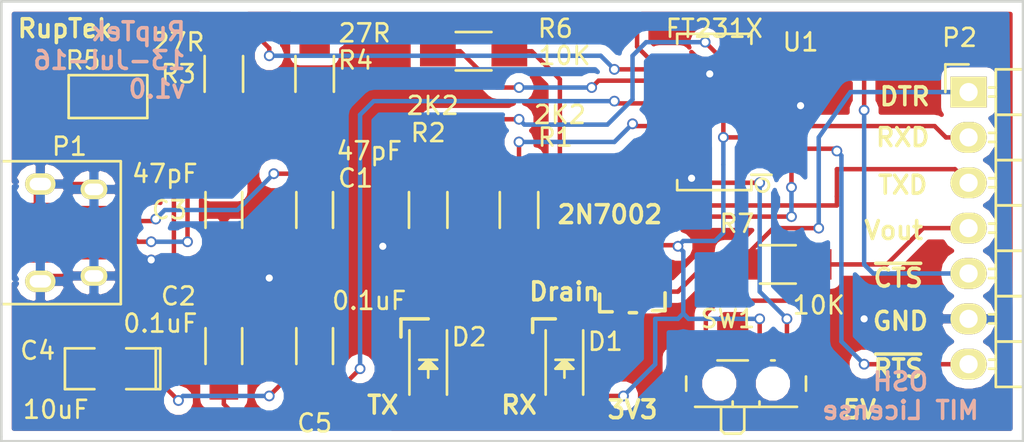
<source format=kicad_pcb>
(kicad_pcb (version 4) (host pcbnew 4.0.2-stable)

  (general
    (links 47)
    (no_connects 0)
    (area 112.249761 89.840999 179.531001 114.767)
    (thickness 1.6)
    (drawings 25)
    (tracks 276)
    (zones 0)
    (modules 19)
    (nets 20)
  )

  (page A4)
  (layers
    (0 F.Cu signal hide)
    (31 B.Cu signal hide)
    (32 B.Adhes user)
    (33 F.Adhes user)
    (34 B.Paste user)
    (35 F.Paste user)
    (36 B.SilkS user)
    (37 F.SilkS user)
    (38 B.Mask user)
    (39 F.Mask user)
    (40 Dwgs.User user)
    (41 Cmts.User user)
    (42 Eco1.User user)
    (43 Eco2.User user)
    (44 Edge.Cuts user)
    (45 Margin user)
    (46 B.CrtYd user)
    (47 F.CrtYd user)
    (48 B.Fab user)
    (49 F.Fab user)
  )

  (setup
    (last_trace_width 0.25)
    (trace_clearance 0.2)
    (zone_clearance 0.508)
    (zone_45_only no)
    (trace_min 0.2)
    (segment_width 0.2)
    (edge_width 0.15)
    (via_size 0.6)
    (via_drill 0.4)
    (via_min_size 0.4)
    (via_min_drill 0.3)
    (uvia_size 0.3)
    (uvia_drill 0.1)
    (uvias_allowed no)
    (uvia_min_size 0.2)
    (uvia_min_drill 0.1)
    (pcb_text_width 0.2)
    (pcb_text_size 1 1)
    (mod_edge_width 0.15)
    (mod_text_size 1 1)
    (mod_text_width 0.15)
    (pad_size 1.524 1.524)
    (pad_drill 0.762)
    (pad_to_mask_clearance 0.2)
    (aux_axis_origin 0 0)
    (visible_elements 7FFFFFFF)
    (pcbplotparams
      (layerselection 0x010f0_80000001)
      (usegerberextensions true)
      (excludeedgelayer true)
      (linewidth 0.100000)
      (plotframeref false)
      (viasonmask false)
      (mode 1)
      (useauxorigin false)
      (hpglpennumber 1)
      (hpglpenspeed 20)
      (hpglpendiameter 15)
      (hpglpenoverlay 2)
      (psnegative false)
      (psa4output false)
      (plotreference true)
      (plotvalue true)
      (plotinvisibletext false)
      (padsonsilk false)
      (subtractmaskfromsilk true)
      (outputformat 1)
      (mirror false)
      (drillshape 0)
      (scaleselection 1)
      (outputdirectory Gerber/))
  )

  (net 0 "")
  (net 1 "Net-(C1-Pad1)")
  (net 2 GND)
  (net 3 +3V3)
  (net 4 "Net-(C3-Pad1)")
  (net 5 VCC)
  (net 6 "Net-(D1-Pad1)")
  (net 7 "Net-(D2-Pad1)")
  (net 8 "Net-(P1-Pad1)")
  (net 9 TXD)
  (net 10 RXD)
  (net 11 ~RTS)
  (net 12 ~CTS)
  (net 13 RST)
  (net 14 Vout)
  (net 15 "Net-(R1-Pad2)")
  (net 16 "Net-(R2-Pad2)")
  (net 17 "Net-(R3-Pad1)")
  (net 18 "Net-(R4-Pad1)")
  (net 19 ~DTR)

  (net_class Default "This is the default net class."
    (clearance 0.2)
    (trace_width 0.25)
    (via_dia 0.6)
    (via_drill 0.4)
    (uvia_dia 0.3)
    (uvia_drill 0.1)
    (add_net +3V3)
    (add_net GND)
    (add_net "Net-(C1-Pad1)")
    (add_net "Net-(C3-Pad1)")
    (add_net "Net-(D1-Pad1)")
    (add_net "Net-(D2-Pad1)")
    (add_net "Net-(P1-Pad1)")
    (add_net "Net-(R1-Pad2)")
    (add_net "Net-(R2-Pad2)")
    (add_net "Net-(R3-Pad1)")
    (add_net "Net-(R4-Pad1)")
    (add_net RST)
    (add_net RXD)
    (add_net TXD)
    (add_net VCC)
    (add_net Vout)
    (add_net ~CTS)
    (add_net ~DTR)
    (add_net ~RTS)
  )

  (module Capacitors_SMD:C_1206_HandSoldering (layer F.Cu) (tedit 5786AD10) (tstamp 57868240)
    (at 132.08 101.6 270)
    (descr "Capacitor SMD 1206, hand soldering")
    (tags "capacitor 1206")
    (path /578672D5)
    (attr smd)
    (fp_text reference C1 (at -1.778 -2.286 360) (layer F.SilkS)
      (effects (font (size 1 1) (thickness 0.15)))
    )
    (fp_text value 47pF (at -3.302 -3.048 360) (layer F.SilkS)
      (effects (font (size 1 1) (thickness 0.15)))
    )
    (fp_line (start -3.3 -1.15) (end 3.3 -1.15) (layer F.CrtYd) (width 0.05))
    (fp_line (start -3.3 1.15) (end 3.3 1.15) (layer F.CrtYd) (width 0.05))
    (fp_line (start -3.3 -1.15) (end -3.3 1.15) (layer F.CrtYd) (width 0.05))
    (fp_line (start 3.3 -1.15) (end 3.3 1.15) (layer F.CrtYd) (width 0.05))
    (fp_line (start 1 -1.025) (end -1 -1.025) (layer F.SilkS) (width 0.15))
    (fp_line (start -1 1.025) (end 1 1.025) (layer F.SilkS) (width 0.15))
    (pad 1 smd rect (at -2 0 270) (size 2 1.6) (layers F.Cu F.Paste F.Mask)
      (net 1 "Net-(C1-Pad1)"))
    (pad 2 smd rect (at 2 0 270) (size 2 1.6) (layers F.Cu F.Paste F.Mask)
      (net 2 GND))
    (model Capacitors_SMD.3dshapes/C_1206_HandSoldering.wrl
      (at (xyz 0 0 0))
      (scale (xyz 1 1 1))
      (rotate (xyz 0 0 0))
    )
  )

  (module Capacitors_SMD:C_1206_HandSoldering (layer F.Cu) (tedit 5786BCA3) (tstamp 57868246)
    (at 127 109.22 90)
    (descr "Capacitor SMD 1206, hand soldering")
    (tags "capacitor 1206")
    (path /578694FB)
    (attr smd)
    (fp_text reference C2 (at 2.794 -2.54 180) (layer F.SilkS)
      (effects (font (size 1 1) (thickness 0.15)))
    )
    (fp_text value 0.1uF (at 1.27 -3.556 180) (layer F.SilkS)
      (effects (font (size 1 1) (thickness 0.15)))
    )
    (fp_line (start -3.3 -1.15) (end 3.3 -1.15) (layer F.CrtYd) (width 0.05))
    (fp_line (start -3.3 1.15) (end 3.3 1.15) (layer F.CrtYd) (width 0.05))
    (fp_line (start -3.3 -1.15) (end -3.3 1.15) (layer F.CrtYd) (width 0.05))
    (fp_line (start 3.3 -1.15) (end 3.3 1.15) (layer F.CrtYd) (width 0.05))
    (fp_line (start 1 -1.025) (end -1 -1.025) (layer F.SilkS) (width 0.15))
    (fp_line (start -1 1.025) (end 1 1.025) (layer F.SilkS) (width 0.15))
    (pad 1 smd rect (at -2 0 90) (size 2 1.6) (layers F.Cu F.Paste F.Mask)
      (net 3 +3V3))
    (pad 2 smd rect (at 2 0 90) (size 2 1.6) (layers F.Cu F.Paste F.Mask)
      (net 2 GND))
    (model Capacitors_SMD.3dshapes/C_1206_HandSoldering.wrl
      (at (xyz 0 0 0))
      (scale (xyz 1 1 1))
      (rotate (xyz 0 0 0))
    )
  )

  (module Capacitors_SMD:C_1206_HandSoldering (layer F.Cu) (tedit 5786ACEF) (tstamp 5786824C)
    (at 127 101.6 270)
    (descr "Capacitor SMD 1206, hand soldering")
    (tags "capacitor 1206")
    (path /5786735B)
    (attr smd)
    (fp_text reference C3 (at 0 3.048 360) (layer F.SilkS)
      (effects (font (size 1 1) (thickness 0.15)))
    )
    (fp_text value 47pF (at -2.032 3.302 360) (layer F.SilkS)
      (effects (font (size 1 1) (thickness 0.15)))
    )
    (fp_line (start -3.3 -1.15) (end 3.3 -1.15) (layer F.CrtYd) (width 0.05))
    (fp_line (start -3.3 1.15) (end 3.3 1.15) (layer F.CrtYd) (width 0.05))
    (fp_line (start -3.3 -1.15) (end -3.3 1.15) (layer F.CrtYd) (width 0.05))
    (fp_line (start 3.3 -1.15) (end 3.3 1.15) (layer F.CrtYd) (width 0.05))
    (fp_line (start 1 -1.025) (end -1 -1.025) (layer F.SilkS) (width 0.15))
    (fp_line (start -1 1.025) (end 1 1.025) (layer F.SilkS) (width 0.15))
    (pad 1 smd rect (at -2 0 270) (size 2 1.6) (layers F.Cu F.Paste F.Mask)
      (net 4 "Net-(C3-Pad1)"))
    (pad 2 smd rect (at 2 0 270) (size 2 1.6) (layers F.Cu F.Paste F.Mask)
      (net 2 GND))
    (model Capacitors_SMD.3dshapes/C_1206_HandSoldering.wrl
      (at (xyz 0 0 0))
      (scale (xyz 1 1 1))
      (rotate (xyz 0 0 0))
    )
  )

  (module SMD_Packages:SMD-1206_Pol (layer F.Cu) (tedit 5786ACF9) (tstamp 57868252)
    (at 120.65 110.49 180)
    (path /57864CEC)
    (attr smd)
    (fp_text reference C4 (at 4.064 1.016 180) (layer F.SilkS)
      (effects (font (size 1 1) (thickness 0.15)))
    )
    (fp_text value 10uF (at 3.048 -2.286 180) (layer F.SilkS)
      (effects (font (size 1 1) (thickness 0.15)))
    )
    (fp_line (start -2.54 -1.143) (end -2.794 -1.143) (layer F.SilkS) (width 0.15))
    (fp_line (start -2.794 -1.143) (end -2.794 1.143) (layer F.SilkS) (width 0.15))
    (fp_line (start -2.794 1.143) (end -2.54 1.143) (layer F.SilkS) (width 0.15))
    (fp_line (start -2.54 -1.143) (end -2.54 1.143) (layer F.SilkS) (width 0.15))
    (fp_line (start -2.54 1.143) (end -0.889 1.143) (layer F.SilkS) (width 0.15))
    (fp_line (start 0.889 -1.143) (end 2.54 -1.143) (layer F.SilkS) (width 0.15))
    (fp_line (start 2.54 -1.143) (end 2.54 1.143) (layer F.SilkS) (width 0.15))
    (fp_line (start 2.54 1.143) (end 0.889 1.143) (layer F.SilkS) (width 0.15))
    (fp_line (start -0.889 -1.143) (end -2.54 -1.143) (layer F.SilkS) (width 0.15))
    (pad 1 smd rect (at -1.651 0 180) (size 1.524 2.032) (layers F.Cu F.Paste F.Mask)
      (net 5 VCC))
    (pad 2 smd rect (at 1.651 0 180) (size 1.524 2.032) (layers F.Cu F.Paste F.Mask)
      (net 2 GND))
    (model SMD_Packages.3dshapes/SMD-1206_Pol.wrl
      (at (xyz 0 0 0))
      (scale (xyz 0.17 0.16 0.16))
      (rotate (xyz 0 0 0))
    )
  )

  (module Capacitors_SMD:C_1206_HandSoldering (layer F.Cu) (tedit 5786AD0A) (tstamp 57868258)
    (at 132.08 109.22 90)
    (descr "Capacitor SMD 1206, hand soldering")
    (tags "capacitor 1206")
    (path /57864C95)
    (attr smd)
    (fp_text reference C5 (at -4.318 0 180) (layer F.SilkS)
      (effects (font (size 1 1) (thickness 0.15)))
    )
    (fp_text value 0.1uF (at 2.54 3.048 180) (layer F.SilkS)
      (effects (font (size 1 1) (thickness 0.15)))
    )
    (fp_line (start -3.3 -1.15) (end 3.3 -1.15) (layer F.CrtYd) (width 0.05))
    (fp_line (start -3.3 1.15) (end 3.3 1.15) (layer F.CrtYd) (width 0.05))
    (fp_line (start -3.3 -1.15) (end -3.3 1.15) (layer F.CrtYd) (width 0.05))
    (fp_line (start 3.3 -1.15) (end 3.3 1.15) (layer F.CrtYd) (width 0.05))
    (fp_line (start 1 -1.025) (end -1 -1.025) (layer F.SilkS) (width 0.15))
    (fp_line (start -1 1.025) (end 1 1.025) (layer F.SilkS) (width 0.15))
    (pad 1 smd rect (at -2 0 90) (size 2 1.6) (layers F.Cu F.Paste F.Mask)
      (net 5 VCC))
    (pad 2 smd rect (at 2 0 90) (size 2 1.6) (layers F.Cu F.Paste F.Mask)
      (net 2 GND))
    (model Capacitors_SMD.3dshapes/C_1206_HandSoldering.wrl
      (at (xyz 0 0 0))
      (scale (xyz 1 1 1))
      (rotate (xyz 0 0 0))
    )
  )

  (module LEDs:LED_1206 (layer F.Cu) (tedit 5786AE21) (tstamp 5786825E)
    (at 146.05 110.49 270)
    (descr "LED 1206 smd package")
    (tags "LED1206 SMD")
    (path /5786765F)
    (attr smd)
    (fp_text reference D1 (at -1.524 -2.286 360) (layer F.SilkS)
      (effects (font (size 1 1) (thickness 0.15)))
    )
    (fp_text value LED (at -3.556 0.254 360) (layer F.Fab) hide
      (effects (font (size 1 1) (thickness 0.15)))
    )
    (fp_line (start -2.15 1.05) (end 1.45 1.05) (layer F.SilkS) (width 0.15))
    (fp_line (start -2.15 -1.05) (end 1.45 -1.05) (layer F.SilkS) (width 0.15))
    (fp_line (start -0.1 -0.3) (end -0.1 0.3) (layer F.SilkS) (width 0.15))
    (fp_line (start -0.1 0.3) (end -0.4 0) (layer F.SilkS) (width 0.15))
    (fp_line (start -0.4 0) (end -0.2 -0.2) (layer F.SilkS) (width 0.15))
    (fp_line (start -0.2 -0.2) (end -0.2 0.05) (layer F.SilkS) (width 0.15))
    (fp_line (start -0.2 0.05) (end -0.25 0) (layer F.SilkS) (width 0.15))
    (fp_line (start -0.5 -0.5) (end -0.5 0.5) (layer F.SilkS) (width 0.15))
    (fp_line (start 0 0) (end 0.5 0) (layer F.SilkS) (width 0.15))
    (fp_line (start -0.5 0) (end 0 -0.5) (layer F.SilkS) (width 0.15))
    (fp_line (start 0 -0.5) (end 0 0.5) (layer F.SilkS) (width 0.15))
    (fp_line (start 0 0.5) (end -0.5 0) (layer F.SilkS) (width 0.15))
    (fp_line (start 2.5 -1.25) (end -2.5 -1.25) (layer F.CrtYd) (width 0.05))
    (fp_line (start -2.5 -1.25) (end -2.5 1.25) (layer F.CrtYd) (width 0.05))
    (fp_line (start -2.5 1.25) (end 2.5 1.25) (layer F.CrtYd) (width 0.05))
    (fp_line (start 2.5 1.25) (end 2.5 -1.25) (layer F.CrtYd) (width 0.05))
    (pad 2 smd rect (at 1.41986 0 90) (size 1.59766 1.80086) (layers F.Cu F.Paste F.Mask)
      (net 3 +3V3))
    (pad 1 smd rect (at -1.41986 0 90) (size 1.59766 1.80086) (layers F.Cu F.Paste F.Mask)
      (net 6 "Net-(D1-Pad1)"))
    (model LEDs.3dshapes/LED_1206.wrl
      (at (xyz 0 0 0))
      (scale (xyz 1 1 1))
      (rotate (xyz 0 0 180))
    )
  )

  (module LEDs:LED_1206 (layer F.Cu) (tedit 5786AE25) (tstamp 57868264)
    (at 138.43 110.49 270)
    (descr "LED 1206 smd package")
    (tags "LED1206 SMD")
    (path /57867732)
    (attr smd)
    (fp_text reference D2 (at -1.778 -2.286 360) (layer F.SilkS)
      (effects (font (size 1 1) (thickness 0.15)))
    )
    (fp_text value LED (at -3.302 -2.54 360) (layer F.Fab) hide
      (effects (font (size 1 1) (thickness 0.15)))
    )
    (fp_line (start -2.15 1.05) (end 1.45 1.05) (layer F.SilkS) (width 0.15))
    (fp_line (start -2.15 -1.05) (end 1.45 -1.05) (layer F.SilkS) (width 0.15))
    (fp_line (start -0.1 -0.3) (end -0.1 0.3) (layer F.SilkS) (width 0.15))
    (fp_line (start -0.1 0.3) (end -0.4 0) (layer F.SilkS) (width 0.15))
    (fp_line (start -0.4 0) (end -0.2 -0.2) (layer F.SilkS) (width 0.15))
    (fp_line (start -0.2 -0.2) (end -0.2 0.05) (layer F.SilkS) (width 0.15))
    (fp_line (start -0.2 0.05) (end -0.25 0) (layer F.SilkS) (width 0.15))
    (fp_line (start -0.5 -0.5) (end -0.5 0.5) (layer F.SilkS) (width 0.15))
    (fp_line (start 0 0) (end 0.5 0) (layer F.SilkS) (width 0.15))
    (fp_line (start -0.5 0) (end 0 -0.5) (layer F.SilkS) (width 0.15))
    (fp_line (start 0 -0.5) (end 0 0.5) (layer F.SilkS) (width 0.15))
    (fp_line (start 0 0.5) (end -0.5 0) (layer F.SilkS) (width 0.15))
    (fp_line (start 2.5 -1.25) (end -2.5 -1.25) (layer F.CrtYd) (width 0.05))
    (fp_line (start -2.5 -1.25) (end -2.5 1.25) (layer F.CrtYd) (width 0.05))
    (fp_line (start -2.5 1.25) (end 2.5 1.25) (layer F.CrtYd) (width 0.05))
    (fp_line (start 2.5 1.25) (end 2.5 -1.25) (layer F.CrtYd) (width 0.05))
    (pad 2 smd rect (at 1.41986 0 90) (size 1.59766 1.80086) (layers F.Cu F.Paste F.Mask)
      (net 3 +3V3))
    (pad 1 smd rect (at -1.41986 0 90) (size 1.59766 1.80086) (layers F.Cu F.Paste F.Mask)
      (net 7 "Net-(D2-Pad1)"))
    (model LEDs.3dshapes/LED_1206.wrl
      (at (xyz 0 0 0))
      (scale (xyz 1 1 1))
      (rotate (xyz 0 0 180))
    )
  )

  (module Connect:USB_Micro-B_10103594-0001LF (layer F.Cu) (tedit 5786AE37) (tstamp 57868273)
    (at 118.11 102.87 270)
    (descr "Micro USB Type B 10103594-0001LF")
    (tags "USB USB_B USB_micro USB_OTG")
    (path /578647FC)
    (attr smd)
    (fp_text reference P1 (at -4.826 -0.254 360) (layer F.SilkS)
      (effects (font (size 1 1) (thickness 0.15)))
    )
    (fp_text value Micro-USB (at -8.382 2.286 270) (layer F.Fab) hide
      (effects (font (size 1 1) (thickness 0.15)))
    )
    (fp_line (start -4.25 -3.4) (end 4.25 -3.4) (layer F.CrtYd) (width 0.05))
    (fp_line (start 4.25 -3.4) (end 4.25 4.45) (layer F.CrtYd) (width 0.05))
    (fp_line (start 4.25 4.45) (end -4.25 4.45) (layer F.CrtYd) (width 0.05))
    (fp_line (start -4.25 4.45) (end -4.25 -3.4) (layer F.CrtYd) (width 0.05))
    (fp_line (start -4 4.195) (end 4 4.195) (layer F.SilkS) (width 0.15))
    (fp_line (start -4 -3.125) (end 4 -3.125) (layer F.SilkS) (width 0.15))
    (fp_line (start 4 -3.125) (end 4 4.195) (layer F.SilkS) (width 0.15))
    (fp_line (start 4 3.575) (end -4 3.575) (layer F.SilkS) (width 0.15))
    (fp_line (start -4 4.195) (end -4 -3.125) (layer F.SilkS) (width 0.15))
    (pad 1 smd rect (at -1.3 -1.5) (size 1.65 0.4) (layers F.Cu F.Paste F.Mask)
      (net 8 "Net-(P1-Pad1)"))
    (pad 2 smd rect (at -0.65 -1.5) (size 1.65 0.4) (layers F.Cu F.Paste F.Mask)
      (net 1 "Net-(C1-Pad1)"))
    (pad 3 smd rect (at -0.0009 -1.5) (size 1.65 0.4) (layers F.Cu F.Paste F.Mask)
      (net 4 "Net-(C3-Pad1)"))
    (pad 4 smd rect (at 0.65 -1.5) (size 1.65 0.4) (layers F.Cu F.Paste F.Mask))
    (pad 5 smd rect (at 1.3 -1.5) (size 1.65 0.4) (layers F.Cu F.Paste F.Mask)
      (net 2 GND))
    (pad 6 thru_hole oval (at -2.425 -1.625) (size 1.5 1.1) (drill oval 1.05 0.65) (layers *.Cu *.Mask F.SilkS)
      (net 2 GND))
    (pad 6 thru_hole oval (at 2.425 -1.625) (size 1.5 1.1) (drill oval 1.05 0.65) (layers *.Cu *.Mask F.SilkS)
      (net 2 GND))
    (pad 6 thru_hole oval (at -2.725 1.375) (size 1.7 1.2) (drill oval 1.2 0.7) (layers *.Cu *.Mask F.SilkS)
      (net 2 GND))
    (pad 6 thru_hole oval (at 2.725 1.375) (size 1.7 1.2) (drill oval 1.2 0.7) (layers *.Cu *.Mask F.SilkS)
      (net 2 GND))
    (pad 6 smd rect (at -0.9625 1.625) (size 2.5 1.425) (layers F.Cu F.Paste F.Mask)
      (net 2 GND))
    (pad 6 smd rect (at 0.9625 1.625) (size 2.5 1.425) (layers F.Cu F.Paste F.Mask)
      (net 2 GND))
  )

  (module Pin_Headers:Pin_Header_Angled_1x07 (layer F.Cu) (tedit 5786AF3C) (tstamp 5786827E)
    (at 168.656 94.996)
    (descr "Through hole pin header")
    (tags "pin header")
    (path /57865ED8)
    (fp_text reference P2 (at -0.508 -3.048) (layer F.SilkS)
      (effects (font (size 1 1) (thickness 0.15)))
    )
    (fp_text value CONN_01X07 (at -2.032 -2.286) (layer F.Fab) hide
      (effects (font (size 1 1) (thickness 0.15)))
    )
    (fp_line (start -1.5 -1.75) (end -1.5 17) (layer F.CrtYd) (width 0.05))
    (fp_line (start 10.65 -1.75) (end 10.65 17) (layer F.CrtYd) (width 0.05))
    (fp_line (start -1.5 -1.75) (end 10.65 -1.75) (layer F.CrtYd) (width 0.05))
    (fp_line (start -1.5 17) (end 10.65 17) (layer F.CrtYd) (width 0.05))
    (fp_line (start -1.3 -1.55) (end -1.3 0) (layer F.SilkS) (width 0.15))
    (fp_line (start 0 -1.55) (end -1.3 -1.55) (layer F.SilkS) (width 0.15))
    (fp_line (start 4.191 -0.127) (end 10.033 -0.127) (layer F.SilkS) (width 0.15))
    (fp_line (start 10.033 -0.127) (end 10.033 0.127) (layer F.SilkS) (width 0.15))
    (fp_line (start 10.033 0.127) (end 4.191 0.127) (layer F.SilkS) (width 0.15))
    (fp_line (start 4.191 0.127) (end 4.191 0) (layer F.SilkS) (width 0.15))
    (fp_line (start 4.191 0) (end 10.033 0) (layer F.SilkS) (width 0.15))
    (fp_line (start 1.524 -0.254) (end 1.143 -0.254) (layer F.SilkS) (width 0.15))
    (fp_line (start 1.524 0.254) (end 1.143 0.254) (layer F.SilkS) (width 0.15))
    (fp_line (start 1.524 2.286) (end 1.143 2.286) (layer F.SilkS) (width 0.15))
    (fp_line (start 1.524 2.794) (end 1.143 2.794) (layer F.SilkS) (width 0.15))
    (fp_line (start 1.524 4.826) (end 1.143 4.826) (layer F.SilkS) (width 0.15))
    (fp_line (start 1.524 5.334) (end 1.143 5.334) (layer F.SilkS) (width 0.15))
    (fp_line (start 1.524 7.366) (end 1.143 7.366) (layer F.SilkS) (width 0.15))
    (fp_line (start 1.524 7.874) (end 1.143 7.874) (layer F.SilkS) (width 0.15))
    (fp_line (start 1.524 15.494) (end 1.143 15.494) (layer F.SilkS) (width 0.15))
    (fp_line (start 1.524 14.986) (end 1.143 14.986) (layer F.SilkS) (width 0.15))
    (fp_line (start 1.524 12.954) (end 1.143 12.954) (layer F.SilkS) (width 0.15))
    (fp_line (start 1.524 12.446) (end 1.143 12.446) (layer F.SilkS) (width 0.15))
    (fp_line (start 1.524 10.414) (end 1.143 10.414) (layer F.SilkS) (width 0.15))
    (fp_line (start 1.524 9.906) (end 1.143 9.906) (layer F.SilkS) (width 0.15))
    (fp_line (start 4.064 1.27) (end 4.064 -1.27) (layer F.SilkS) (width 0.15))
    (fp_line (start 10.16 0.254) (end 4.064 0.254) (layer F.SilkS) (width 0.15))
    (fp_line (start 10.16 -0.254) (end 10.16 0.254) (layer F.SilkS) (width 0.15))
    (fp_line (start 4.064 -0.254) (end 10.16 -0.254) (layer F.SilkS) (width 0.15))
    (fp_line (start 1.524 1.27) (end 4.064 1.27) (layer F.SilkS) (width 0.15))
    (fp_line (start 1.524 -1.27) (end 1.524 1.27) (layer F.SilkS) (width 0.15))
    (fp_line (start 1.524 -1.27) (end 4.064 -1.27) (layer F.SilkS) (width 0.15))
    (fp_line (start 1.524 3.81) (end 4.064 3.81) (layer F.SilkS) (width 0.15))
    (fp_line (start 1.524 3.81) (end 1.524 6.35) (layer F.SilkS) (width 0.15))
    (fp_line (start 1.524 6.35) (end 4.064 6.35) (layer F.SilkS) (width 0.15))
    (fp_line (start 4.064 4.826) (end 10.16 4.826) (layer F.SilkS) (width 0.15))
    (fp_line (start 10.16 4.826) (end 10.16 5.334) (layer F.SilkS) (width 0.15))
    (fp_line (start 10.16 5.334) (end 4.064 5.334) (layer F.SilkS) (width 0.15))
    (fp_line (start 4.064 6.35) (end 4.064 3.81) (layer F.SilkS) (width 0.15))
    (fp_line (start 4.064 3.81) (end 4.064 1.27) (layer F.SilkS) (width 0.15))
    (fp_line (start 10.16 2.794) (end 4.064 2.794) (layer F.SilkS) (width 0.15))
    (fp_line (start 10.16 2.286) (end 10.16 2.794) (layer F.SilkS) (width 0.15))
    (fp_line (start 4.064 2.286) (end 10.16 2.286) (layer F.SilkS) (width 0.15))
    (fp_line (start 1.524 3.81) (end 4.064 3.81) (layer F.SilkS) (width 0.15))
    (fp_line (start 1.524 1.27) (end 1.524 3.81) (layer F.SilkS) (width 0.15))
    (fp_line (start 1.524 1.27) (end 4.064 1.27) (layer F.SilkS) (width 0.15))
    (fp_line (start 1.524 11.43) (end 4.064 11.43) (layer F.SilkS) (width 0.15))
    (fp_line (start 1.524 11.43) (end 1.524 13.97) (layer F.SilkS) (width 0.15))
    (fp_line (start 1.524 13.97) (end 4.064 13.97) (layer F.SilkS) (width 0.15))
    (fp_line (start 4.064 12.446) (end 10.16 12.446) (layer F.SilkS) (width 0.15))
    (fp_line (start 10.16 12.446) (end 10.16 12.954) (layer F.SilkS) (width 0.15))
    (fp_line (start 10.16 12.954) (end 4.064 12.954) (layer F.SilkS) (width 0.15))
    (fp_line (start 4.064 13.97) (end 4.064 11.43) (layer F.SilkS) (width 0.15))
    (fp_line (start 4.064 16.51) (end 4.064 13.97) (layer F.SilkS) (width 0.15))
    (fp_line (start 10.16 15.494) (end 4.064 15.494) (layer F.SilkS) (width 0.15))
    (fp_line (start 10.16 14.986) (end 10.16 15.494) (layer F.SilkS) (width 0.15))
    (fp_line (start 4.064 14.986) (end 10.16 14.986) (layer F.SilkS) (width 0.15))
    (fp_line (start 1.524 16.51) (end 4.064 16.51) (layer F.SilkS) (width 0.15))
    (fp_line (start 1.524 13.97) (end 1.524 16.51) (layer F.SilkS) (width 0.15))
    (fp_line (start 1.524 13.97) (end 4.064 13.97) (layer F.SilkS) (width 0.15))
    (fp_line (start 1.524 8.89) (end 4.064 8.89) (layer F.SilkS) (width 0.15))
    (fp_line (start 1.524 8.89) (end 1.524 11.43) (layer F.SilkS) (width 0.15))
    (fp_line (start 1.524 11.43) (end 4.064 11.43) (layer F.SilkS) (width 0.15))
    (fp_line (start 4.064 9.906) (end 10.16 9.906) (layer F.SilkS) (width 0.15))
    (fp_line (start 10.16 9.906) (end 10.16 10.414) (layer F.SilkS) (width 0.15))
    (fp_line (start 10.16 10.414) (end 4.064 10.414) (layer F.SilkS) (width 0.15))
    (fp_line (start 4.064 11.43) (end 4.064 8.89) (layer F.SilkS) (width 0.15))
    (fp_line (start 4.064 8.89) (end 4.064 6.35) (layer F.SilkS) (width 0.15))
    (fp_line (start 10.16 7.874) (end 4.064 7.874) (layer F.SilkS) (width 0.15))
    (fp_line (start 10.16 7.366) (end 10.16 7.874) (layer F.SilkS) (width 0.15))
    (fp_line (start 4.064 7.366) (end 10.16 7.366) (layer F.SilkS) (width 0.15))
    (fp_line (start 1.524 8.89) (end 4.064 8.89) (layer F.SilkS) (width 0.15))
    (fp_line (start 1.524 6.35) (end 1.524 8.89) (layer F.SilkS) (width 0.15))
    (fp_line (start 1.524 6.35) (end 4.064 6.35) (layer F.SilkS) (width 0.15))
    (pad 1 thru_hole rect (at 0 0) (size 2.032 1.7272) (drill 1.016) (layers *.Cu *.Mask F.SilkS)
      (net 13 RST))
    (pad 2 thru_hole oval (at 0 2.54) (size 2.032 1.7272) (drill 1.016) (layers *.Cu *.Mask F.SilkS)
      (net 10 RXD))
    (pad 3 thru_hole oval (at 0 5.08) (size 2.032 1.7272) (drill 1.016) (layers *.Cu *.Mask F.SilkS)
      (net 9 TXD))
    (pad 4 thru_hole oval (at 0 7.62) (size 2.032 1.7272) (drill 1.016) (layers *.Cu *.Mask F.SilkS)
      (net 14 Vout))
    (pad 5 thru_hole oval (at 0 10.16) (size 2.032 1.7272) (drill 1.016) (layers *.Cu *.Mask F.SilkS)
      (net 12 ~CTS))
    (pad 6 thru_hole oval (at 0 12.7) (size 2.032 1.7272) (drill 1.016) (layers *.Cu *.Mask F.SilkS)
      (net 2 GND))
    (pad 7 thru_hole oval (at 0 15.24) (size 2.032 1.7272) (drill 1.016) (layers *.Cu *.Mask F.SilkS)
      (net 11 ~RTS))
    (model Pin_Headers.3dshapes/Pin_Header_Angled_1x07.wrl
      (at (xyz 0 -0.3 0))
      (scale (xyz 1 1 1))
      (rotate (xyz 0 0 90))
    )
  )

  (module Resistors_SMD:R_1206_HandSoldering (layer F.Cu) (tedit 5786AD3B) (tstamp 57868290)
    (at 143.51 101.6 90)
    (descr "Resistor SMD 1206, hand soldering")
    (tags "resistor 1206")
    (path /57867777)
    (attr smd)
    (fp_text reference R1 (at 4.064 2.032 180) (layer F.SilkS)
      (effects (font (size 1 1) (thickness 0.15)))
    )
    (fp_text value 2K2 (at 5.334 2.286 180) (layer F.SilkS)
      (effects (font (size 1 1) (thickness 0.15)))
    )
    (fp_line (start -3.3 -1.2) (end 3.3 -1.2) (layer F.CrtYd) (width 0.05))
    (fp_line (start -3.3 1.2) (end 3.3 1.2) (layer F.CrtYd) (width 0.05))
    (fp_line (start -3.3 -1.2) (end -3.3 1.2) (layer F.CrtYd) (width 0.05))
    (fp_line (start 3.3 -1.2) (end 3.3 1.2) (layer F.CrtYd) (width 0.05))
    (fp_line (start 1 1.075) (end -1 1.075) (layer F.SilkS) (width 0.15))
    (fp_line (start -1 -1.075) (end 1 -1.075) (layer F.SilkS) (width 0.15))
    (pad 1 smd rect (at -2 0 90) (size 2 1.7) (layers F.Cu F.Paste F.Mask)
      (net 6 "Net-(D1-Pad1)"))
    (pad 2 smd rect (at 2 0 90) (size 2 1.7) (layers F.Cu F.Paste F.Mask)
      (net 15 "Net-(R1-Pad2)"))
    (model Resistors_SMD.3dshapes/R_1206_HandSoldering.wrl
      (at (xyz 0 0 0))
      (scale (xyz 1 1 1))
      (rotate (xyz 0 0 0))
    )
  )

  (module Resistors_SMD:R_1206_HandSoldering (layer F.Cu) (tedit 5786AD18) (tstamp 57868296)
    (at 138.43 101.6 90)
    (descr "Resistor SMD 1206, hand soldering")
    (tags "resistor 1206")
    (path /5786780F)
    (attr smd)
    (fp_text reference R2 (at 4.318 0 180) (layer F.SilkS)
      (effects (font (size 1 1) (thickness 0.15)))
    )
    (fp_text value 2K2 (at 5.842 0.254 180) (layer F.SilkS)
      (effects (font (size 1 1) (thickness 0.15)))
    )
    (fp_line (start -3.3 -1.2) (end 3.3 -1.2) (layer F.CrtYd) (width 0.05))
    (fp_line (start -3.3 1.2) (end 3.3 1.2) (layer F.CrtYd) (width 0.05))
    (fp_line (start -3.3 -1.2) (end -3.3 1.2) (layer F.CrtYd) (width 0.05))
    (fp_line (start 3.3 -1.2) (end 3.3 1.2) (layer F.CrtYd) (width 0.05))
    (fp_line (start 1 1.075) (end -1 1.075) (layer F.SilkS) (width 0.15))
    (fp_line (start -1 -1.075) (end 1 -1.075) (layer F.SilkS) (width 0.15))
    (pad 1 smd rect (at -2 0 90) (size 2 1.7) (layers F.Cu F.Paste F.Mask)
      (net 7 "Net-(D2-Pad1)"))
    (pad 2 smd rect (at 2 0 90) (size 2 1.7) (layers F.Cu F.Paste F.Mask)
      (net 16 "Net-(R2-Pad2)"))
    (model Resistors_SMD.3dshapes/R_1206_HandSoldering.wrl
      (at (xyz 0 0 0))
      (scale (xyz 1 1 1))
      (rotate (xyz 0 0 0))
    )
  )

  (module Resistors_SMD:R_1206_HandSoldering (layer F.Cu) (tedit 5786ACE4) (tstamp 5786829C)
    (at 127 93.98 270)
    (descr "Resistor SMD 1206, hand soldering")
    (tags "resistor 1206")
    (path /578646F4)
    (attr smd)
    (fp_text reference R3 (at 0 2.54 360) (layer F.SilkS)
      (effects (font (size 1 1) (thickness 0.15)))
    )
    (fp_text value 27R (at -1.778 2.54 360) (layer F.SilkS)
      (effects (font (size 1 1) (thickness 0.15)))
    )
    (fp_line (start -3.3 -1.2) (end 3.3 -1.2) (layer F.CrtYd) (width 0.05))
    (fp_line (start -3.3 1.2) (end 3.3 1.2) (layer F.CrtYd) (width 0.05))
    (fp_line (start -3.3 -1.2) (end -3.3 1.2) (layer F.CrtYd) (width 0.05))
    (fp_line (start 3.3 -1.2) (end 3.3 1.2) (layer F.CrtYd) (width 0.05))
    (fp_line (start 1 1.075) (end -1 1.075) (layer F.SilkS) (width 0.15))
    (fp_line (start -1 -1.075) (end 1 -1.075) (layer F.SilkS) (width 0.15))
    (pad 1 smd rect (at -2 0 270) (size 2 1.7) (layers F.Cu F.Paste F.Mask)
      (net 17 "Net-(R3-Pad1)"))
    (pad 2 smd rect (at 2 0 270) (size 2 1.7) (layers F.Cu F.Paste F.Mask)
      (net 4 "Net-(C3-Pad1)"))
    (model Resistors_SMD.3dshapes/R_1206_HandSoldering.wrl
      (at (xyz 0 0 0))
      (scale (xyz 1 1 1))
      (rotate (xyz 0 0 0))
    )
  )

  (module Resistors_SMD:R_1206_HandSoldering (layer F.Cu) (tedit 5786ACCE) (tstamp 578682A2)
    (at 132.08 93.98 270)
    (descr "Resistor SMD 1206, hand soldering")
    (tags "resistor 1206")
    (path /578648C9)
    (attr smd)
    (fp_text reference R4 (at -0.762 -2.286 360) (layer F.SilkS)
      (effects (font (size 1 1) (thickness 0.15)))
    )
    (fp_text value 27R (at -2.286 -2.794 360) (layer F.SilkS)
      (effects (font (size 1 1) (thickness 0.15)))
    )
    (fp_line (start -3.3 -1.2) (end 3.3 -1.2) (layer F.CrtYd) (width 0.05))
    (fp_line (start -3.3 1.2) (end 3.3 1.2) (layer F.CrtYd) (width 0.05))
    (fp_line (start -3.3 -1.2) (end -3.3 1.2) (layer F.CrtYd) (width 0.05))
    (fp_line (start 3.3 -1.2) (end 3.3 1.2) (layer F.CrtYd) (width 0.05))
    (fp_line (start 1 1.075) (end -1 1.075) (layer F.SilkS) (width 0.15))
    (fp_line (start -1 -1.075) (end 1 -1.075) (layer F.SilkS) (width 0.15))
    (pad 1 smd rect (at -2 0 270) (size 2 1.7) (layers F.Cu F.Paste F.Mask)
      (net 18 "Net-(R4-Pad1)"))
    (pad 2 smd rect (at 2 0 270) (size 2 1.7) (layers F.Cu F.Paste F.Mask)
      (net 1 "Net-(C1-Pad1)"))
    (model Resistors_SMD.3dshapes/R_1206_HandSoldering.wrl
      (at (xyz 0 0 0))
      (scale (xyz 1 1 1))
      (rotate (xyz 0 0 0))
    )
  )

  (module NR_Footprints:Polyfuse_Littelfuse_1206L025 (layer F.Cu) (tedit 5786AA96) (tstamp 578682A8)
    (at 121.92 95.25 180)
    (path /57869C31)
    (fp_text reference R5 (at 2.794 2.032 180) (layer F.SilkS)
      (effects (font (size 1 1) (thickness 0.15)))
    )
    (fp_text value "Littelfuse 1206L050" (at 1.8 -2 180) (layer F.Fab) hide
      (effects (font (size 1 1) (thickness 0.15)))
    )
    (fp_line (start -0.8 -1.2) (end 3.6 -1.2) (layer F.SilkS) (width 0.15))
    (fp_line (start 3.6 -1.2) (end 3.6 1.2) (layer F.SilkS) (width 0.15))
    (fp_line (start 3.6 1.2) (end -0.8 1.2) (layer F.SilkS) (width 0.15))
    (fp_line (start -0.8 1.2) (end -0.8 -1.2) (layer F.SilkS) (width 0.15))
    (pad 1 smd rect (at 0 0 180) (size 1 1.8) (layers F.Cu F.Paste F.Mask)
      (net 5 VCC))
    (pad 2 smd rect (at 2.8 0 180) (size 1 1.8) (layers F.Cu F.Paste F.Mask)
      (net 8 "Net-(P1-Pad1)"))
  )

  (module Resistors_SMD:R_1206_HandSoldering (layer F.Cu) (tedit 5786AD40) (tstamp 578682AE)
    (at 140.97 92.71)
    (descr "Resistor SMD 1206, hand soldering")
    (tags "resistor 1206")
    (path /57864F04)
    (attr smd)
    (fp_text reference R6 (at 4.572 -1.27) (layer F.SilkS)
      (effects (font (size 1 1) (thickness 0.15)))
    )
    (fp_text value 10K (at 5.08 0.254) (layer F.SilkS)
      (effects (font (size 1 1) (thickness 0.15)))
    )
    (fp_line (start -3.3 -1.2) (end 3.3 -1.2) (layer F.CrtYd) (width 0.05))
    (fp_line (start -3.3 1.2) (end 3.3 1.2) (layer F.CrtYd) (width 0.05))
    (fp_line (start -3.3 -1.2) (end -3.3 1.2) (layer F.CrtYd) (width 0.05))
    (fp_line (start 3.3 -1.2) (end 3.3 1.2) (layer F.CrtYd) (width 0.05))
    (fp_line (start 1 1.075) (end -1 1.075) (layer F.SilkS) (width 0.15))
    (fp_line (start -1 -1.075) (end 1 -1.075) (layer F.SilkS) (width 0.15))
    (pad 1 smd rect (at -2 0) (size 2 1.7) (layers F.Cu F.Paste F.Mask)
      (net 3 +3V3))
    (pad 2 smd rect (at 2 0) (size 2 1.7) (layers F.Cu F.Paste F.Mask)
      (net 19 ~DTR))
    (model Resistors_SMD.3dshapes/R_1206_HandSoldering.wrl
      (at (xyz 0 0 0))
      (scale (xyz 1 1 1))
      (rotate (xyz 0 0 0))
    )
  )

  (module Resistors_SMD:R_1206_HandSoldering (layer F.Cu) (tedit 5786C1CD) (tstamp 578682B4)
    (at 157.988 104.648 180)
    (descr "Resistor SMD 1206, hand soldering")
    (tags "resistor 1206")
    (path /57864F77)
    (attr smd)
    (fp_text reference R7 (at 2.286 2.286 180) (layer F.SilkS)
      (effects (font (size 1 1) (thickness 0.15)))
    )
    (fp_text value 10K (at -2.286 -2.286 180) (layer F.SilkS)
      (effects (font (size 1 1) (thickness 0.15)))
    )
    (fp_line (start -3.3 -1.2) (end 3.3 -1.2) (layer F.CrtYd) (width 0.05))
    (fp_line (start -3.3 1.2) (end 3.3 1.2) (layer F.CrtYd) (width 0.05))
    (fp_line (start -3.3 -1.2) (end -3.3 1.2) (layer F.CrtYd) (width 0.05))
    (fp_line (start 3.3 -1.2) (end 3.3 1.2) (layer F.CrtYd) (width 0.05))
    (fp_line (start 1 1.075) (end -1 1.075) (layer F.SilkS) (width 0.15))
    (fp_line (start -1 -1.075) (end 1 -1.075) (layer F.SilkS) (width 0.15))
    (pad 1 smd rect (at -2 0 180) (size 2 1.7) (layers F.Cu F.Paste F.Mask)
      (net 14 Vout))
    (pad 2 smd rect (at 2 0 180) (size 2 1.7) (layers F.Cu F.Paste F.Mask)
      (net 13 RST))
    (model Resistors_SMD.3dshapes/R_1206_HandSoldering.wrl
      (at (xyz 0 0 0))
      (scale (xyz 1 1 1))
      (rotate (xyz 0 0 0))
    )
  )

  (module Buttons_Switches_SMD:SW_SPDT_PCM12 (layer F.Cu) (tedit 5786AE1D) (tstamp 578682C1)
    (at 156.21 110.998)
    (descr "Ultraminiature Surface Mount Slide Switch")
    (path /57866A44)
    (attr smd)
    (fp_text reference SW1 (at -1.016 -3.302) (layer F.SilkS)
      (effects (font (size 1 1) (thickness 0.15)))
    )
    (fp_text value SWITCH_SPDT (at -5.588 2.794) (layer F.Fab) hide
      (effects (font (size 1 1) (thickness 0.15)))
    )
    (fp_line (start 0.75 1.325) (end 0.75 1.625) (layer F.SilkS) (width 0.15))
    (fp_line (start -0.75 1.325) (end -0.75 1.625) (layer F.SilkS) (width 0.15))
    (fp_line (start 1.4 -0.975) (end 1.6 -0.975) (layer F.SilkS) (width 0.15))
    (fp_line (start -4.4 -2.45) (end 4.4 -2.45) (layer F.CrtYd) (width 0.05))
    (fp_line (start 4.4 -2.45) (end 4.4 2.1) (layer F.CrtYd) (width 0.05))
    (fp_line (start 4.4 2.1) (end 1.65 2.1) (layer F.CrtYd) (width 0.05))
    (fp_line (start 1.65 2.1) (end 1.65 3.4) (layer F.CrtYd) (width 0.05))
    (fp_line (start 1.65 3.4) (end -1.65 3.4) (layer F.CrtYd) (width 0.05))
    (fp_line (start -1.65 3.4) (end -1.65 2.1) (layer F.CrtYd) (width 0.05))
    (fp_line (start -1.65 2.1) (end -4.4 2.1) (layer F.CrtYd) (width 0.05))
    (fp_line (start -4.4 2.1) (end -4.4 -2.45) (layer F.CrtYd) (width 0.05))
    (fp_line (start -1.4 2.925) (end -1.2 3.125) (layer F.SilkS) (width 0.15))
    (fp_line (start -0.1 2.925) (end -0.3 3.125) (layer F.SilkS) (width 0.15))
    (fp_line (start -1.4 1.625) (end -1.4 2.925) (layer F.SilkS) (width 0.15))
    (fp_line (start -1.2 3.125) (end -0.3 3.125) (layer F.SilkS) (width 0.15))
    (fp_line (start -0.1 2.925) (end -0.1 1.625) (layer F.SilkS) (width 0.15))
    (fp_line (start -2.85 1.625) (end 2.85 1.625) (layer F.SilkS) (width 0.15))
    (fp_line (start -1.6 -0.975) (end 0.1 -0.975) (layer F.SilkS) (width 0.15))
    (fp_line (start -3.35 -0.075) (end -3.35 0.725) (layer F.SilkS) (width 0.15))
    (fp_line (start 3.35 0.725) (end 3.35 -0.075) (layer F.SilkS) (width 0.15))
    (pad "" np_thru_hole circle (at -1.5 0.325) (size 0.9 0.9) (drill 0.9) (layers *.Cu *.Mask))
    (pad "" np_thru_hole circle (at 1.5 0.325) (size 0.9 0.9) (drill 0.9) (layers *.Cu *.Mask))
    (pad 1 smd rect (at -2.25 -1.425) (size 0.7 1.5) (layers F.Cu F.Paste F.Mask)
      (net 14 Vout))
    (pad 2 smd rect (at 0.75 -1.425) (size 0.7 1.5) (layers F.Cu F.Paste F.Mask)
      (net 3 +3V3))
    (pad 3 smd rect (at 2.25 -1.425) (size 0.7 1.5) (layers F.Cu F.Paste F.Mask)
      (net 5 VCC))
    (pad "" smd rect (at -3.65 1.425) (size 1 0.8) (layers F.Cu F.Paste F.Mask))
    (pad "" smd rect (at 3.65 1.425) (size 1 0.8) (layers F.Cu F.Paste F.Mask))
    (pad "" smd rect (at 3.65 -0.775) (size 1 0.8) (layers F.Cu F.Paste F.Mask))
    (pad "" smd rect (at -3.65 -0.775) (size 1 0.8) (layers F.Cu F.Paste F.Mask))
  )

  (module FT231X_Breakout:SSOP-20_3.9x8.7mm_Pitch0.635mm (layer F.Cu) (tedit 5786C1DA) (tstamp 57868B87)
    (at 154.432 96.012 180)
    (descr "SSOP20: plastic shrink small outline package; 24 leads; body width 3.9 mm; lead pitch 0.635; (see FT231XS datasheet)")
    (tags "SSOP 0.635")
    (path /578645CE)
    (attr smd)
    (fp_text reference U1 (at -4.826 3.81 180) (layer F.SilkS)
      (effects (font (size 1 1) (thickness 0.15)))
    )
    (fp_text value FT231X (at 0 4.572 180) (layer F.SilkS)
      (effects (font (size 1 1) (thickness 0.15)))
    )
    (fp_circle (center -2.7 -4.2) (end -2.4 -4) (layer F.SilkS) (width 0.15))
    (fp_line (start -3.45 -4.65) (end -3.45 4.65) (layer F.CrtYd) (width 0.05))
    (fp_line (start 3.45 -4.65) (end 3.45 4.65) (layer F.CrtYd) (width 0.05))
    (fp_line (start -3.45 -4.65) (end 3.45 -4.65) (layer F.CrtYd) (width 0.05))
    (fp_line (start -3.45 4.65) (end 3.45 4.65) (layer F.CrtYd) (width 0.05))
    (fp_line (start -2.075 -4.475) (end -2.075 -3.9175) (layer F.SilkS) (width 0.15))
    (fp_line (start 2.075 -4.475) (end 2.075 -3.9175) (layer F.SilkS) (width 0.15))
    (fp_line (start 2.075 4.275) (end 2.075 3.7175) (layer F.SilkS) (width 0.15))
    (fp_line (start -2.075 4.275) (end -2.075 3.7175) (layer F.SilkS) (width 0.15))
    (fp_line (start -2.075 -4.475) (end 2.075 -4.475) (layer F.SilkS) (width 0.15))
    (fp_line (start -2.075 4.275) (end 2.075 4.275) (layer F.SilkS) (width 0.15))
    (fp_line (start -2.075 -3.6175) (end -3.2 -3.6175) (layer F.SilkS) (width 0.15))
    (pad 1 smd rect (at -2.6 -2.7925 180) (size 1.2 0.4) (layers F.Cu F.Paste F.Mask)
      (net 19 ~DTR))
    (pad 2 smd rect (at -2.6 -2.1575 180) (size 1.2 0.4) (layers F.Cu F.Paste F.Mask)
      (net 11 ~RTS))
    (pad 3 smd rect (at -2.6 -1.5225 180) (size 1.2 0.4) (layers F.Cu F.Paste F.Mask)
      (net 3 +3V3))
    (pad 4 smd rect (at -2.6 -0.8875 180) (size 1.2 0.4) (layers F.Cu F.Paste F.Mask)
      (net 10 RXD))
    (pad 5 smd rect (at -2.6 -0.2525 180) (size 1.2 0.4) (layers F.Cu F.Paste F.Mask))
    (pad 6 smd rect (at -2.6 0.3825 180) (size 1.2 0.4) (layers F.Cu F.Paste F.Mask)
      (net 2 GND))
    (pad 7 smd rect (at -2.6 1.0175 180) (size 1.2 0.4) (layers F.Cu F.Paste F.Mask))
    (pad 8 smd rect (at -2.6 1.6525 180) (size 1.2 0.4) (layers F.Cu F.Paste F.Mask))
    (pad 9 smd rect (at -2.6 2.2875 180) (size 1.2 0.4) (layers F.Cu F.Paste F.Mask)
      (net 12 ~CTS))
    (pad 10 smd rect (at -2.6 2.9225 180) (size 1.2 0.4) (layers F.Cu F.Paste F.Mask)
      (net 16 "Net-(R2-Pad2)"))
    (pad 11 smd rect (at 2.5 2.9225 180) (size 1.2 0.4) (layers F.Cu F.Paste F.Mask)
      (net 18 "Net-(R4-Pad1)"))
    (pad 12 smd rect (at 2.5 2.2875 180) (size 1.2 0.4) (layers F.Cu F.Paste F.Mask)
      (net 17 "Net-(R3-Pad1)"))
    (pad 13 smd rect (at 2.5 1.6525 180) (size 1.2 0.4) (layers F.Cu F.Paste F.Mask)
      (net 3 +3V3))
    (pad 14 smd rect (at 2.5 1.0175 180) (size 1.2 0.4) (layers F.Cu F.Paste F.Mask)
      (net 3 +3V3))
    (pad 15 smd rect (at 2.5 0.3825 180) (size 1.2 0.4) (layers F.Cu F.Paste F.Mask)
      (net 5 VCC))
    (pad 16 smd rect (at 2.5 -0.2525 180) (size 1.2 0.4) (layers F.Cu F.Paste F.Mask)
      (net 2 GND))
    (pad 17 smd rect (at 2.5 -0.8875 180) (size 1.2 0.4) (layers F.Cu F.Paste F.Mask)
      (net 15 "Net-(R1-Pad2)"))
    (pad 18 smd rect (at 2.5 -1.5225 180) (size 1.2 0.4) (layers F.Cu F.Paste F.Mask))
    (pad 19 smd rect (at 2.5 -2.1575 180) (size 1.2 0.4) (layers F.Cu F.Paste F.Mask))
    (pad 20 smd rect (at 2.5 -2.7925 180) (size 1.2 0.4) (layers F.Cu F.Paste F.Mask)
      (net 9 TXD))
    (model Housings_SSOP.3dshapes/SSOP-24_3.9x8.7mm_Pitch0.635mm.wrl
      (at (xyz 0 0 0))
      (scale (xyz 1 1 1))
      (rotate (xyz 0 0 0))
    )
  )

  (module FT231X_Breakout:SOT23_FET (layer F.Cu) (tedit 5786C220) (tstamp 5786B54A)
    (at 149.86 106.172)
    (path /57864D37)
    (attr smd)
    (fp_text reference Q1 (at -2.794 -1.778) (layer Eco1.User)
      (effects (font (size 0.5 0.5) (thickness 0.1)))
    )
    (fp_text value 2N7002 (at 0 1.9) (layer Eco1.User) hide
      (effects (font (size 0.5 0.5) (thickness 0.1)))
    )
    (fp_line (start -0.18066 1.18024) (end 0.22066 1.18024) (layer F.SilkS) (width 0.20066))
    (fp_line (start 1.81954 0.06896) (end 1.81954 1.01892) (layer F.SilkS) (width 0.20066))
    (fp_line (start 1.81954 1.06896) (end 1.12104 1.06896) (layer F.SilkS) (width 0.20066))
    (fp_line (start -1.83954 1.12896) (end -1.14104 1.12896) (layer F.SilkS) (width 0.20066))
    (fp_line (start -1.83954 0.12896) (end -1.83954 1.07892) (layer F.SilkS) (width 0.20066))
    (pad 2 smd rect (at -1.1 -2.6) (size 1.2 1.2) (layers F.Cu F.Paste F.Mask)
      (net 19 ~DTR))
    (pad 1 smd rect (at 1.1 -2.6) (size 1.2 1.2) (layers F.Cu F.Paste F.Mask)
      (net 3 +3V3))
    (pad 3 smd rect (at 0 0) (size 2.8 1.4) (layers F.Cu F.Paste F.Mask)
      (net 13 RST))
  )

  (gr_line (start 144.272 107.696) (end 145.542 107.696) (angle 90) (layer F.SilkS) (width 0.2))
  (gr_line (start 144.272 108.458) (end 144.272 107.696) (angle 90) (layer F.SilkS) (width 0.2))
  (gr_line (start 136.906 107.696) (end 138.43 107.696) (angle 90) (layer F.SilkS) (width 0.2))
  (gr_line (start 136.906 108.712) (end 136.906 107.696) (angle 90) (layer F.SilkS) (width 0.2))
  (gr_text Drain (at 146.05 106.172) (layer F.SilkS)
    (effects (font (size 1 1) (thickness 0.2)))
  )
  (gr_text 2N7002 (at 148.59 101.854) (layer F.SilkS)
    (effects (font (size 1 1) (thickness 0.2)))
  )
  (gr_text "OSH\nMIT License" (at 164.846 112.014) (layer B.SilkS)
    (effects (font (size 1 1) (thickness 0.2)) (justify mirror))
  )
  (gr_text 3V3 (at 149.86 112.776) (layer F.SilkS)
    (effects (font (size 1 1) (thickness 0.2)))
  )
  (gr_text 5V (at 162.56 112.776) (layer F.SilkS)
    (effects (font (size 1 1) (thickness 0.2)))
  )
  (gr_text TX (at 135.89 112.522) (layer F.SilkS)
    (effects (font (size 1 1) (thickness 0.2)))
  )
  (gr_text RX (at 143.51 112.522) (layer F.SilkS)
    (effects (font (size 1 1) (thickness 0.2)))
  )
  (gr_text "RupTek\n13-Jul-16\nv1.0" (at 124.968 93.218) (layer B.SilkS)
    (effects (font (size 1 1) (thickness 0.2)) (justify left mirror))
  )
  (gr_text RupTek (at 118.11 91.44) (layer F.SilkS)
    (effects (font (size 1 1) (thickness 0.2)))
  )
  (gr_text ~RTS (at 164.719 110.49) (layer F.SilkS)
    (effects (font (size 1 1) (thickness 0.2)))
  )
  (gr_text GND (at 164.846 107.823) (layer F.SilkS)
    (effects (font (size 1 1) (thickness 0.2)))
  )
  (gr_text ~CTS (at 164.719 105.41) (layer F.SilkS)
    (effects (font (size 1 1) (thickness 0.2)))
  )
  (gr_text Vout (at 164.465 102.743) (layer F.SilkS)
    (effects (font (size 1 1) (thickness 0.2)))
  )
  (gr_text TXD (at 164.973 100.203) (layer F.SilkS)
    (effects (font (size 1 1) (thickness 0.2)))
  )
  (gr_text RXD (at 164.973 97.536) (layer F.SilkS)
    (effects (font (size 1 1) (thickness 0.2)))
  )
  (gr_text DTR (at 163.576 95.25) (layer F.SilkS)
    (effects (font (size 1 1) (thickness 0.2)) (justify left))
  )
  (gr_line (start 114.554 114.554) (end 114.554 114.3) (angle 90) (layer Edge.Cuts) (width 0.15))
  (gr_line (start 171.704 114.554) (end 114.554 114.554) (angle 90) (layer Edge.Cuts) (width 0.15))
  (gr_line (start 171.704 89.916) (end 171.704 114.554) (angle 90) (layer Edge.Cuts) (width 0.15))
  (gr_line (start 114.554 89.916) (end 171.704 89.916) (angle 90) (layer Edge.Cuts) (width 0.15))
  (gr_line (start 114.554 114.3) (end 114.554 89.916) (angle 90) (layer Edge.Cuts) (width 0.15))

  (segment (start 129.794 99.568) (end 132.048 99.568) (width 0.25) (layer F.Cu) (net 1))
  (segment (start 132.048 99.568) (end 132.08 99.6) (width 0.25) (layer F.Cu) (net 1))
  (segment (start 123.698 101.6) (end 127.762 101.6) (width 0.25) (layer B.Cu) (net 1))
  (segment (start 127.762 101.6) (end 129.794 99.568) (width 0.25) (layer B.Cu) (net 1))
  (via (at 129.794 99.568) (size 0.6) (drill 0.4) (layers F.Cu B.Cu) (net 1))
  (segment (start 123.19 102.108) (end 123.698 101.6) (width 0.25) (layer B.Cu) (net 1))
  (segment (start 119.61 102.22) (end 123.078 102.22) (width 0.25) (layer F.Cu) (net 1))
  (segment (start 123.078 102.22) (end 123.19 102.108) (width 0.25) (layer F.Cu) (net 1))
  (via (at 123.19 102.108) (size 0.6) (drill 0.4) (layers F.Cu B.Cu) (net 1))
  (segment (start 132.08 99.6) (end 132.08 95.98) (width 0.25) (layer F.Cu) (net 1))
  (segment (start 168.656 107.696) (end 162.814 107.696) (width 0.25) (layer B.Cu) (net 2))
  (via (at 162.814 107.696) (size 0.6) (drill 0.4) (layers F.Cu B.Cu) (net 2))
  (segment (start 157.032 95.6295) (end 159.1295 95.6295) (width 0.25) (layer F.Cu) (net 2))
  (via (at 159.258 95.758) (size 0.6) (drill 0.4) (layers F.Cu B.Cu) (net 2))
  (segment (start 159.1295 95.6295) (end 159.258 95.758) (width 0.25) (layer F.Cu) (net 2) (tstamp 5786B8CA))
  (segment (start 119.61 104.17) (end 121.696 104.17) (width 0.25) (layer F.Cu) (net 2))
  (segment (start 122.936 104.394) (end 122.936 105.156) (width 0.25) (layer B.Cu) (net 2) (tstamp 5786A742))
  (via (at 122.936 104.394) (size 0.6) (drill 0.4) (layers F.Cu B.Cu) (net 2))
  (segment (start 121.92 104.394) (end 122.936 104.394) (width 0.25) (layer F.Cu) (net 2) (tstamp 5786A73D))
  (segment (start 121.696 104.17) (end 121.92 104.394) (width 0.25) (layer F.Cu) (net 2) (tstamp 5786A737))
  (segment (start 154.178 93.98) (end 154.178 98.806) (width 0.25) (layer B.Cu) (net 2))
  (segment (start 154.178 98.806) (end 153.162 99.822) (width 0.25) (layer B.Cu) (net 2))
  (segment (start 153.162 96.6445) (end 153.162 99.822) (width 0.25) (layer F.Cu) (net 2))
  (via (at 153.162 99.822) (size 0.6) (drill 0.4) (layers F.Cu B.Cu) (net 2))
  (segment (start 151.932 96.2645) (end 152.782 96.2645) (width 0.25) (layer F.Cu) (net 2))
  (segment (start 152.782 96.2645) (end 153.162 96.6445) (width 0.25) (layer F.Cu) (net 2))
  (segment (start 157.032 95.6295) (end 155.8275 95.6295) (width 0.25) (layer F.Cu) (net 2))
  (segment (start 155.8275 95.6295) (end 154.178 93.98) (width 0.25) (layer F.Cu) (net 2))
  (via (at 154.178 93.98) (size 0.6) (drill 0.4) (layers F.Cu B.Cu) (net 2))
  (segment (start 132.08 103.6) (end 135.858 103.6) (width 0.25) (layer F.Cu) (net 2))
  (segment (start 135.858 103.6) (end 135.89 103.632) (width 0.25) (layer F.Cu) (net 2))
  (via (at 135.89 103.632) (size 0.6) (drill 0.4) (layers F.Cu B.Cu) (net 2))
  (segment (start 127 105.41) (end 129.54 105.41) (width 0.25) (layer F.Cu) (net 2))
  (segment (start 129.54 105.41) (end 132.08 105.41) (width 0.25) (layer F.Cu) (net 2))
  (segment (start 119.735 105.295) (end 122.936 105.295) (width 0.25) (layer B.Cu) (net 2))
  (segment (start 122.936 105.295) (end 129.425 105.295) (width 0.25) (layer B.Cu) (net 2) (tstamp 5786A712))
  (segment (start 129.425 105.295) (end 129.54 105.41) (width 0.25) (layer B.Cu) (net 2))
  (via (at 129.54 105.41) (size 0.6) (drill 0.4) (layers F.Cu B.Cu) (net 2))
  (segment (start 127 105.41) (end 127 107.22) (width 0.25) (layer F.Cu) (net 2))
  (segment (start 127 104.85) (end 127 105.41) (width 0.25) (layer F.Cu) (net 2))
  (segment (start 132.08 104.85) (end 132.08 105.41) (width 0.25) (layer F.Cu) (net 2))
  (segment (start 132.08 105.41) (end 132.08 107.22) (width 0.25) (layer F.Cu) (net 2))
  (segment (start 130.81 103.6) (end 132.08 103.6) (width 0.25) (layer F.Cu) (net 2))
  (segment (start 129.54 103.6) (end 130.81 103.6) (width 0.25) (layer F.Cu) (net 2))
  (segment (start 128.27 107.22) (end 130.81 107.22) (width 0.25) (layer F.Cu) (net 2))
  (segment (start 130.81 107.22) (end 132.08 107.22) (width 0.25) (layer F.Cu) (net 2))
  (segment (start 130.81 103.6) (end 130.81 107.22) (width 0.25) (layer F.Cu) (net 2))
  (segment (start 128.27 103.6) (end 129.54 103.6) (width 0.25) (layer F.Cu) (net 2))
  (segment (start 128.05 103.6) (end 128.27 103.6) (width 0.25) (layer F.Cu) (net 2))
  (segment (start 128.05 107.22) (end 128.27 107.22) (width 0.25) (layer F.Cu) (net 2))
  (segment (start 128.27 103.6) (end 128.27 107.22) (width 0.25) (layer F.Cu) (net 2))
  (segment (start 129.54 107.188) (end 129.54 103.6) (width 0.25) (layer F.Cu) (net 2))
  (segment (start 127 107.22) (end 128.05 107.22) (width 0.25) (layer F.Cu) (net 2))
  (segment (start 127 103.6) (end 128.05 103.6) (width 0.25) (layer F.Cu) (net 2))
  (segment (start 119.735 107.849) (end 118.999 108.585) (width 0.25) (layer F.Cu) (net 2))
  (segment (start 118.999 108.585) (end 118.999 110.49) (width 0.25) (layer F.Cu) (net 2))
  (segment (start 119.735 105.295) (end 119.735 107.849) (width 0.25) (layer F.Cu) (net 2))
  (segment (start 116.735 100.145) (end 119.435 100.145) (width 0.25) (layer F.Cu) (net 2))
  (segment (start 119.435 100.145) (end 119.735 100.445) (width 0.25) (layer F.Cu) (net 2))
  (segment (start 116.485 101.9075) (end 116.485 100.395) (width 0.25) (layer F.Cu) (net 2))
  (segment (start 116.485 100.395) (end 116.735 100.145) (width 0.25) (layer F.Cu) (net 2))
  (segment (start 116.485 103.8325) (end 116.485 101.9075) (width 0.25) (layer F.Cu) (net 2))
  (segment (start 116.735 105.595) (end 116.735 104.0825) (width 0.25) (layer F.Cu) (net 2))
  (segment (start 116.735 104.0825) (end 116.485 103.8325) (width 0.25) (layer F.Cu) (net 2))
  (segment (start 119.735 105.295) (end 117.035 105.295) (width 0.25) (layer F.Cu) (net 2))
  (segment (start 117.035 105.295) (end 116.735 105.595) (width 0.25) (layer F.Cu) (net 2))
  (segment (start 127 103.6) (end 127 104.85) (width 0.25) (layer F.Cu) (net 2))
  (segment (start 132.08 103.6) (end 132.08 104.85) (width 0.25) (layer F.Cu) (net 2))
  (segment (start 150.876 94.993) (end 150.876 94.488) (width 0.25) (layer F.Cu) (net 3))
  (segment (start 150.876 94.488) (end 150.876 94.3595) (width 0.25) (layer F.Cu) (net 3))
  (segment (start 147.9565 94.3595) (end 150.876 94.3595) (width 0.25) (layer F.Cu) (net 3))
  (segment (start 150.8775 94.9945) (end 150.876 94.993) (width 0.25) (layer F.Cu) (net 3))
  (segment (start 150.876 94.3595) (end 151.932 94.3595) (width 0.25) (layer F.Cu) (net 3))
  (segment (start 151.932 94.9945) (end 150.8775 94.9945) (width 0.25) (layer F.Cu) (net 3))
  (segment (start 147.574 94.742) (end 147.9565 94.3595) (width 0.25) (layer F.Cu) (net 3))
  (segment (start 143.51 94.742) (end 147.574 94.742) (width 0.25) (layer B.Cu) (net 3))
  (segment (start 151.757501 94.533999) (end 151.932 94.3595) (width 0.25) (layer F.Cu) (net 3))
  (via (at 147.574 94.742) (size 0.6) (drill 0.4) (layers F.Cu B.Cu) (net 3))
  (segment (start 138.97 92.71) (end 140.22 92.71) (width 0.25) (layer F.Cu) (net 3))
  (segment (start 140.22 92.71) (end 142.252 94.742) (width 0.25) (layer F.Cu) (net 3))
  (segment (start 142.252 94.742) (end 143.51 94.742) (width 0.25) (layer F.Cu) (net 3))
  (via (at 143.51 94.742) (size 0.6) (drill 0.4) (layers F.Cu B.Cu) (net 3))
  (segment (start 154.477999 103.332001) (end 154.94 102.87) (width 0.25) (layer B.Cu) (net 3))
  (segment (start 154.94 102.87) (end 154.94 99.06) (width 0.25) (layer B.Cu) (net 3))
  (segment (start 152.4 103.632) (end 152.699999 103.332001) (width 0.25) (layer B.Cu) (net 3))
  (segment (start 152.699999 103.332001) (end 154.477999 103.332001) (width 0.25) (layer B.Cu) (net 3))
  (segment (start 154.94 99.06) (end 154.94 97.533) (width 0.25) (layer B.Cu) (net 3))
  (via (at 154.94 97.533) (size 0.6) (drill 0.4) (layers F.Cu B.Cu) (net 3))
  (segment (start 154.94 95.758) (end 154.1765 94.9945) (width 0.25) (layer F.Cu) (net 3))
  (segment (start 154.1765 94.9945) (end 151.932 94.9945) (width 0.25) (layer F.Cu) (net 3))
  (segment (start 154.94 97.533) (end 154.94 95.758) (width 0.25) (layer F.Cu) (net 3))
  (segment (start 154.9415 97.5345) (end 154.94 97.533) (width 0.25) (layer F.Cu) (net 3))
  (segment (start 157.032 97.5345) (end 154.9415 97.5345) (width 0.25) (layer F.Cu) (net 3))
  (segment (start 138.43 111.90986) (end 146.05 111.90986) (width 0.25) (layer F.Cu) (net 3))
  (segment (start 135.65143 113.538) (end 137.27957 111.90986) (width 0.25) (layer F.Cu) (net 3))
  (segment (start 137.27957 111.90986) (end 138.43 111.90986) (width 0.25) (layer F.Cu) (net 3))
  (segment (start 128.068 113.538) (end 135.65143 113.538) (width 0.25) (layer F.Cu) (net 3))
  (segment (start 127 111.22) (end 127 112.47) (width 0.25) (layer F.Cu) (net 3))
  (segment (start 127 112.47) (end 128.068 113.538) (width 0.25) (layer F.Cu) (net 3))
  (segment (start 149.352 112.014) (end 146.15414 112.014) (width 0.25) (layer F.Cu) (net 3))
  (segment (start 146.15414 112.014) (end 146.05 111.90986) (width 0.25) (layer F.Cu) (net 3))
  (segment (start 151.13 107.696) (end 151.13 110.236) (width 0.25) (layer B.Cu) (net 3))
  (segment (start 151.13 110.236) (end 149.352 112.014) (width 0.25) (layer B.Cu) (net 3))
  (via (at 149.352 112.014) (size 0.6) (drill 0.4) (layers F.Cu B.Cu) (net 3))
  (segment (start 152.4 107.696) (end 151.13 107.696) (width 0.25) (layer B.Cu) (net 3))
  (segment (start 152.699999 107.396001) (end 152.4 107.696) (width 0.25) (layer B.Cu) (net 3))
  (segment (start 156.972 107.696) (end 156.972 109.561) (width 0.25) (layer F.Cu) (net 3))
  (segment (start 156.972 109.561) (end 156.96 109.573) (width 0.25) (layer F.Cu) (net 3))
  (segment (start 152.699999 107.396001) (end 152.999998 107.696) (width 0.25) (layer B.Cu) (net 3))
  (segment (start 152.999998 107.696) (end 156.972 107.696) (width 0.25) (layer B.Cu) (net 3))
  (via (at 156.972 107.696) (size 0.6) (drill 0.4) (layers F.Cu B.Cu) (net 3))
  (segment (start 152.4 103.632) (end 152.699999 103.931999) (width 0.25) (layer B.Cu) (net 3))
  (segment (start 152.699999 103.931999) (end 152.699999 107.396001) (width 0.25) (layer B.Cu) (net 3))
  (segment (start 150.96 103.572) (end 152.34 103.572) (width 0.25) (layer F.Cu) (net 3))
  (segment (start 152.34 103.572) (end 152.4 103.632) (width 0.25) (layer F.Cu) (net 3))
  (via (at 152.4 103.632) (size 0.6) (drill 0.4) (layers F.Cu B.Cu) (net 3))
  (segment (start 151.932 94.9945) (end 151.932 94.3595) (width 0.25) (layer F.Cu) (net 3))
  (segment (start 125.222 99.568) (end 125.254 99.6) (width 0.25) (layer F.Cu) (net 4))
  (segment (start 125.254 99.6) (end 127 99.6) (width 0.25) (layer F.Cu) (net 4))
  (segment (start 124.968 99.822) (end 125.222 99.568) (width 0.25) (layer F.Cu) (net 4))
  (segment (start 124.968 103.378) (end 124.968 99.822) (width 0.25) (layer F.Cu) (net 4))
  (segment (start 122.936 103.378) (end 124.968 103.378) (width 0.25) (layer B.Cu) (net 4))
  (via (at 124.968 103.378) (size 0.6) (drill 0.4) (layers F.Cu B.Cu) (net 4))
  (segment (start 121.6651 102.8691) (end 122.174 103.378) (width 0.25) (layer F.Cu) (net 4))
  (segment (start 122.174 103.378) (end 122.936 103.378) (width 0.25) (layer F.Cu) (net 4))
  (via (at 122.936 103.378) (size 0.6) (drill 0.4) (layers F.Cu B.Cu) (net 4))
  (segment (start 119.61 102.8691) (end 121.6651 102.8691) (width 0.25) (layer F.Cu) (net 4))
  (segment (start 127 95.98) (end 127 97.23) (width 0.25) (layer F.Cu) (net 4))
  (segment (start 127 97.23) (end 127 99.6) (width 0.25) (layer F.Cu) (net 4))
  (segment (start 158.496 107.696) (end 158.496 109.537) (width 0.25) (layer F.Cu) (net 5))
  (segment (start 158.496 109.537) (end 158.46 109.573) (width 0.25) (layer F.Cu) (net 5))
  (segment (start 156.972 100.076) (end 156.972 106.172) (width 0.25) (layer B.Cu) (net 5))
  (via (at 158.496 107.696) (size 0.6) (drill 0.4) (layers F.Cu B.Cu) (net 5))
  (segment (start 156.972 106.172) (end 158.496 107.696) (width 0.25) (layer B.Cu) (net 5))
  (segment (start 154.178 100.076) (end 156.972 100.076) (width 0.25) (layer F.Cu) (net 5))
  (via (at 156.972 100.076) (size 0.6) (drill 0.4) (layers F.Cu B.Cu) (net 5))
  (segment (start 153.924 99.822) (end 154.178 100.076) (width 0.25) (layer F.Cu) (net 5))
  (segment (start 153.924 98.969002) (end 153.924 99.822) (width 0.25) (layer F.Cu) (net 5))
  (segment (start 153.924 96.263) (end 153.924 98.969002) (width 0.25) (layer F.Cu) (net 5))
  (segment (start 153.2905 95.6295) (end 153.924 96.263) (width 0.25) (layer F.Cu) (net 5))
  (segment (start 151.932 95.6295) (end 153.2905 95.6295) (width 0.25) (layer F.Cu) (net 5))
  (segment (start 134.62 110.49) (end 133.89 111.22) (width 0.25) (layer F.Cu) (net 5))
  (segment (start 133.89 111.22) (end 132.08 111.22) (width 0.25) (layer F.Cu) (net 5))
  (segment (start 134.62 96.266) (end 134.62 110.49) (width 0.25) (layer B.Cu) (net 5))
  (via (at 134.62 110.49) (size 0.6) (drill 0.4) (layers F.Cu B.Cu) (net 5))
  (segment (start 135.382 95.504) (end 134.62 96.266) (width 0.25) (layer B.Cu) (net 5))
  (segment (start 148.844 95.504) (end 135.382 95.504) (width 0.25) (layer B.Cu) (net 5))
  (segment (start 151.932 95.6295) (end 148.9695 95.6295) (width 0.25) (layer F.Cu) (net 5))
  (segment (start 148.9695 95.6295) (end 148.844 95.504) (width 0.25) (layer F.Cu) (net 5))
  (via (at 148.844 95.504) (size 0.6) (drill 0.4) (layers F.Cu B.Cu) (net 5))
  (segment (start 124.46 112.268) (end 122.682 110.49) (width 0.25) (layer F.Cu) (net 5))
  (segment (start 122.682 110.49) (end 122.301 110.49) (width 0.25) (layer F.Cu) (net 5))
  (segment (start 129.54 112.014) (end 124.714 112.014) (width 0.25) (layer B.Cu) (net 5))
  (segment (start 124.714 112.014) (end 124.46 112.268) (width 0.25) (layer B.Cu) (net 5))
  (via (at 124.46 112.268) (size 0.6) (drill 0.4) (layers F.Cu B.Cu) (net 5))
  (segment (start 132.08 111.22) (end 130.334 111.22) (width 0.25) (layer F.Cu) (net 5))
  (segment (start 130.334 111.22) (end 129.54 112.014) (width 0.25) (layer F.Cu) (net 5))
  (via (at 129.54 112.014) (size 0.6) (drill 0.4) (layers F.Cu B.Cu) (net 5))
  (segment (start 121.92 95.25) (end 123.19 95.25) (width 0.25) (layer F.Cu) (net 5))
  (segment (start 123.19 95.25) (end 124.206 96.266) (width 0.25) (layer F.Cu) (net 5))
  (segment (start 124.206 96.266) (end 124.206 107.319) (width 0.25) (layer F.Cu) (net 5))
  (segment (start 124.206 107.319) (end 122.301 109.224) (width 0.25) (layer F.Cu) (net 5))
  (segment (start 122.301 109.224) (end 122.301 110.49) (width 0.25) (layer F.Cu) (net 5))
  (segment (start 143.51 103.6) (end 143.51 104.902) (width 0.25) (layer F.Cu) (net 6))
  (segment (start 143.51 104.902) (end 146.05 107.442) (width 0.25) (layer F.Cu) (net 6))
  (segment (start 146.05 107.442) (end 146.05 109.07014) (width 0.25) (layer F.Cu) (net 6))
  (segment (start 138.43 109.07014) (end 138.43 108.02131) (width 0.25) (layer F.Cu) (net 7))
  (segment (start 138.43 108.02131) (end 138.43 103.6) (width 0.25) (layer F.Cu) (net 7))
  (segment (start 122.174 101.346) (end 121.95 101.57) (width 0.25) (layer F.Cu) (net 8))
  (segment (start 121.95 101.57) (end 119.61 101.57) (width 0.25) (layer F.Cu) (net 8))
  (segment (start 122.174 98.044) (end 122.174 101.346) (width 0.25) (layer F.Cu) (net 8))
  (segment (start 121.92 97.79) (end 122.174 98.044) (width 0.25) (layer F.Cu) (net 8))
  (segment (start 119.634 97.79) (end 121.92 97.79) (width 0.25) (layer F.Cu) (net 8))
  (segment (start 119.126 97.282) (end 119.634 97.79) (width 0.25) (layer F.Cu) (net 8))
  (segment (start 119.126 96.406) (end 119.126 97.282) (width 0.25) (layer F.Cu) (net 8))
  (segment (start 119.12 95.25) (end 119.12 96.4) (width 0.25) (layer F.Cu) (net 8))
  (segment (start 119.12 96.4) (end 119.126 96.406) (width 0.25) (layer F.Cu) (net 8))
  (segment (start 161.29 99.314) (end 167.894 99.314) (width 0.25) (layer F.Cu) (net 9))
  (segment (start 167.894 99.314) (end 168.656 100.076) (width 0.25) (layer F.Cu) (net 9) (tstamp 5786B571))
  (segment (start 161.29 101.346) (end 161.29 100.838) (width 0.25) (layer F.Cu) (net 9))
  (segment (start 151.972 101.346) (end 161.29 101.346) (width 0.25) (layer F.Cu) (net 9))
  (segment (start 151.932 101.306) (end 151.972 101.346) (width 0.25) (layer F.Cu) (net 9))
  (segment (start 151.932 98.8045) (end 151.932 101.306) (width 0.25) (layer F.Cu) (net 9))
  (segment (start 161.29 100.838) (end 161.29 99.314) (width 0.25) (layer F.Cu) (net 9))
  (segment (start 168.656 97.536) (end 167.39 97.536) (width 0.25) (layer F.Cu) (net 10))
  (segment (start 167.39 97.536) (end 166.7535 96.8995) (width 0.25) (layer F.Cu) (net 10))
  (segment (start 166.7535 96.8995) (end 157.882 96.8995) (width 0.25) (layer F.Cu) (net 10))
  (segment (start 157.882 96.8995) (end 157.032 96.8995) (width 0.25) (layer F.Cu) (net 10))
  (segment (start 157.032 98.1695) (end 161.1615 98.1695) (width 0.25) (layer F.Cu) (net 11))
  (segment (start 162.814 110.236) (end 168.656 110.236) (width 0.25) (layer F.Cu) (net 11) (tstamp 5786B92B))
  (via (at 162.814 110.236) (size 0.6) (drill 0.4) (layers F.Cu B.Cu) (net 11))
  (segment (start 161.544 108.966) (end 162.814 110.236) (width 0.25) (layer B.Cu) (net 11) (tstamp 5786B924))
  (segment (start 161.544 98.552) (end 161.544 108.966) (width 0.25) (layer B.Cu) (net 11) (tstamp 5786B91F))
  (segment (start 161.29 98.298) (end 161.544 98.552) (width 0.25) (layer B.Cu) (net 11) (tstamp 5786B91E))
  (via (at 161.29 98.298) (size 0.6) (drill 0.4) (layers F.Cu B.Cu) (net 11))
  (segment (start 161.1615 98.1695) (end 161.29 98.298) (width 0.25) (layer F.Cu) (net 11) (tstamp 5786B913))
  (segment (start 157.032 93.7245) (end 162.814 93.726) (width 0.25) (layer F.Cu) (net 12))
  (segment (start 163.322 105.156) (end 168.656 105.156) (width 0.25) (layer B.Cu) (net 12) (tstamp 5786B8B6))
  (segment (start 162.814 104.648) (end 163.322 105.156) (width 0.25) (layer B.Cu) (net 12) (tstamp 5786B8B0))
  (segment (start 162.814 96.52) (end 162.814 104.648) (width 0.25) (layer B.Cu) (net 12) (tstamp 5786B8A6))
  (segment (start 162.814 96.012) (end 162.814 96.52) (width 0.25) (layer B.Cu) (net 12) (tstamp 5786B8A5))
  (via (at 162.814 96.012) (size 0.6) (drill 0.4) (layers F.Cu B.Cu) (net 12))
  (segment (start 162.814 94.234) (end 162.814 96.012) (width 0.25) (layer F.Cu) (net 12) (tstamp 5786B89D))
  (segment (start 162.814 93.726) (end 162.814 94.234) (width 0.25) (layer F.Cu) (net 12) (tstamp 5786B88A))
  (segment (start 157.0335 93.726) (end 157.032 93.7245) (width 0.25) (layer F.Cu) (net 12))
  (segment (start 155.988 104.648) (end 155.988 104.362) (width 0.25) (layer F.Cu) (net 13))
  (segment (start 155.988 104.362) (end 157.734 102.616) (width 0.25) (layer F.Cu) (net 13) (tstamp 5786B93E))
  (segment (start 162.052 94.996) (end 168.656 94.996) (width 0.25) (layer B.Cu) (net 13) (tstamp 5786B960))
  (segment (start 161.416932 95.889152) (end 162.052 94.996) (width 0.25) (layer B.Cu) (net 13) (tstamp 5786B95B))
  (segment (start 161.966706 95.115957) (end 161.416932 95.889152) (width 0.25) (layer B.Cu) (net 13) (tstamp 5786B952))
  (segment (start 160.274 97.536) (end 161.966706 95.115957) (width 0.25) (layer B.Cu) (net 13) (tstamp 5786B94B))
  (segment (start 160.274 102.616) (end 160.274 97.536) (width 0.25) (layer B.Cu) (net 13) (tstamp 5786B94A))
  (via (at 160.274 102.616) (size 0.6) (drill 0.4) (layers F.Cu B.Cu) (net 13))
  (segment (start 157.734 102.616) (end 160.274 102.616) (width 0.25) (layer F.Cu) (net 13) (tstamp 5786B943))
  (segment (start 153.924 104.648) (end 152.4 106.172) (width 0.25) (layer F.Cu) (net 13))
  (segment (start 152.4 106.172) (end 149.86 106.172) (width 0.25) (layer F.Cu) (net 13))
  (segment (start 155.988 104.648) (end 153.924 104.648) (width 0.25) (layer F.Cu) (net 13))
  (segment (start 159.988 104.648) (end 159.988 106.204) (width 0.25) (layer F.Cu) (net 14))
  (segment (start 153.96 107.406) (end 153.96 109.573) (width 0.25) (layer F.Cu) (net 14) (tstamp 5786B9B8))
  (segment (start 154.686 106.68) (end 153.96 107.406) (width 0.25) (layer F.Cu) (net 14) (tstamp 5786B9B5))
  (segment (start 159.512 106.68) (end 154.686 106.68) (width 0.25) (layer F.Cu) (net 14) (tstamp 5786B9B2))
  (segment (start 159.988 106.204) (end 159.512 106.68) (width 0.25) (layer F.Cu) (net 14) (tstamp 5786B9B0))
  (segment (start 159.988 104.648) (end 164.084 104.648) (width 0.25) (layer F.Cu) (net 14))
  (segment (start 166.116 102.616) (end 168.656 102.616) (width 0.25) (layer F.Cu) (net 14) (tstamp 5786B99E))
  (segment (start 164.084 104.648) (end 166.116 102.616) (width 0.25) (layer F.Cu) (net 14) (tstamp 5786B994))
  (segment (start 149.86 96.774) (end 149.9855 96.8995) (width 0.25) (layer F.Cu) (net 15))
  (segment (start 149.9855 96.8995) (end 151.932 96.8995) (width 0.25) (layer F.Cu) (net 15))
  (segment (start 143.51 97.79) (end 148.844 97.79) (width 0.25) (layer B.Cu) (net 15))
  (segment (start 148.844 97.79) (end 149.86 96.774) (width 0.25) (layer B.Cu) (net 15))
  (via (at 149.86 96.774) (size 0.6) (drill 0.4) (layers F.Cu B.Cu) (net 15))
  (segment (start 143.51 99.6) (end 143.51 97.79) (width 0.25) (layer F.Cu) (net 15))
  (via (at 143.51 97.79) (size 0.6) (drill 0.4) (layers F.Cu B.Cu) (net 15))
  (segment (start 153.924 92.202) (end 154.8115 93.0895) (width 0.25) (layer F.Cu) (net 16))
  (segment (start 154.8115 93.0895) (end 157.032 93.0895) (width 0.25) (layer F.Cu) (net 16))
  (segment (start 149.86 92.964) (end 150.622 92.202) (width 0.25) (layer B.Cu) (net 16))
  (segment (start 150.622 92.202) (end 153.924 92.202) (width 0.25) (layer B.Cu) (net 16))
  (via (at 153.924 92.202) (size 0.6) (drill 0.4) (layers F.Cu B.Cu) (net 16))
  (segment (start 149.86 95.413002) (end 149.86 92.964) (width 0.25) (layer B.Cu) (net 16))
  (segment (start 143.51 96.52) (end 143.809999 96.819999) (width 0.25) (layer B.Cu) (net 16))
  (segment (start 143.809999 96.819999) (end 148.453003 96.819999) (width 0.25) (layer B.Cu) (net 16))
  (segment (start 148.453003 96.819999) (end 149.86 95.413002) (width 0.25) (layer B.Cu) (net 16))
  (segment (start 138.43 96.774) (end 138.684 96.52) (width 0.25) (layer F.Cu) (net 16))
  (segment (start 138.684 96.52) (end 143.51 96.52) (width 0.25) (layer F.Cu) (net 16))
  (via (at 143.51 96.52) (size 0.6) (drill 0.4) (layers F.Cu B.Cu) (net 16))
  (segment (start 138.43 97.282) (end 138.43 96.774) (width 0.25) (layer F.Cu) (net 16))
  (segment (start 138.43 99.6) (end 138.43 97.282) (width 0.25) (layer F.Cu) (net 16))
  (segment (start 129.54 92.964) (end 129.54 92.539736) (width 0.25) (layer F.Cu) (net 17))
  (segment (start 129.54 92.539736) (end 128.980264 91.98) (width 0.25) (layer F.Cu) (net 17))
  (segment (start 128.980264 91.98) (end 127 91.98) (width 0.25) (layer F.Cu) (net 17))
  (segment (start 148.844 93.726) (end 148.082 92.964) (width 0.25) (layer B.Cu) (net 17))
  (segment (start 148.082 92.964) (end 129.54 92.964) (width 0.25) (layer B.Cu) (net 17))
  (via (at 129.54 92.964) (size 0.6) (drill 0.4) (layers F.Cu B.Cu) (net 17))
  (segment (start 151.932 93.7245) (end 148.8455 93.7245) (width 0.25) (layer F.Cu) (net 17))
  (segment (start 148.8455 93.7245) (end 148.844 93.726) (width 0.25) (layer F.Cu) (net 17))
  (via (at 148.844 93.726) (size 0.6) (drill 0.4) (layers F.Cu B.Cu) (net 17))
  (segment (start 132.08 91.98) (end 133.18 91.98) (width 0.25) (layer F.Cu) (net 18))
  (segment (start 133.18 91.98) (end 134.228 90.932) (width 0.25) (layer F.Cu) (net 18))
  (segment (start 150.7475 93.0895) (end 151.932 93.0895) (width 0.25) (layer F.Cu) (net 18))
  (segment (start 134.228 90.932) (end 149.606 90.932) (width 0.25) (layer F.Cu) (net 18))
  (segment (start 149.606 90.932) (end 150.114 91.44) (width 0.25) (layer F.Cu) (net 18))
  (segment (start 150.114 91.44) (end 150.114 92.456) (width 0.25) (layer F.Cu) (net 18))
  (segment (start 150.114 92.456) (end 150.7475 93.0895) (width 0.25) (layer F.Cu) (net 18))
  (segment (start 149.23499 101.97101) (end 148.76 102.446) (width 0.25) (layer F.Cu) (net 19))
  (segment (start 148.76 102.446) (end 148.76 103.572) (width 0.25) (layer F.Cu) (net 19))
  (segment (start 158.75 101.97101) (end 149.23499 101.97101) (width 0.25) (layer F.Cu) (net 19))
  (segment (start 158.75 100.33) (end 158.75 101.97101) (width 0.25) (layer B.Cu) (net 19))
  (via (at 158.75 101.97101) (size 0.6) (drill 0.4) (layers F.Cu B.Cu) (net 19))
  (segment (start 158.4945 98.8045) (end 158.75 99.06) (width 0.25) (layer F.Cu) (net 19))
  (segment (start 158.75 99.06) (end 158.75 100.33) (width 0.25) (layer F.Cu) (net 19))
  (via (at 158.75 100.33) (size 0.6) (drill 0.4) (layers F.Cu B.Cu) (net 19))
  (segment (start 157.032 98.8045) (end 158.4945 98.8045) (width 0.25) (layer F.Cu) (net 19))
  (segment (start 142.97 92.71) (end 144.22 92.71) (width 0.25) (layer F.Cu) (net 19))
  (segment (start 144.22 92.71) (end 145.796 94.286) (width 0.25) (layer F.Cu) (net 19))
  (segment (start 145.796 94.286) (end 145.796 102.616) (width 0.25) (layer F.Cu) (net 19))
  (segment (start 145.796 102.616) (end 146.752 103.572) (width 0.25) (layer F.Cu) (net 19))
  (segment (start 146.752 103.572) (end 148.76 103.572) (width 0.25) (layer F.Cu) (net 19))

  (zone (net 2) (net_name GND) (layer F.Cu) (tstamp 0) (hatch edge 0.508)
    (connect_pads (clearance 0.508))
    (min_thickness 0.254)
    (fill yes (arc_segments 16) (thermal_gap 0.508) (thermal_bridge_width 0.508))
    (polygon
      (pts
        (xy 114.554 89.916) (xy 171.704 89.916) (xy 171.704 114.554) (xy 114.554 114.554)
      )
    )
    (filled_polygon
      (pts
        (xy 125.553569 90.72811) (xy 125.50256 90.98) (xy 125.50256 92.98) (xy 125.546838 93.215317) (xy 125.68591 93.431441)
        (xy 125.89811 93.576431) (xy 126.15 93.62744) (xy 127.85 93.62744) (xy 128.085317 93.583162) (xy 128.301441 93.44409)
        (xy 128.446431 93.23189) (xy 128.49744 92.98) (xy 128.49744 92.74) (xy 128.620609 92.74) (xy 128.605162 92.777201)
        (xy 128.604838 93.149167) (xy 128.746883 93.492943) (xy 129.009673 93.756192) (xy 129.353201 93.898838) (xy 129.725167 93.899162)
        (xy 130.068943 93.757117) (xy 130.332192 93.494327) (xy 130.474838 93.150799) (xy 130.475162 92.778833) (xy 130.333117 92.435057)
        (xy 130.265755 92.367578) (xy 130.242148 92.248896) (xy 130.077401 92.002335) (xy 129.517665 91.442599) (xy 129.271103 91.277852)
        (xy 128.980264 91.22) (xy 128.49744 91.22) (xy 128.49744 90.98) (xy 128.453162 90.744683) (xy 128.376792 90.626)
        (xy 130.703338 90.626) (xy 130.633569 90.72811) (xy 130.58256 90.98) (xy 130.58256 92.98) (xy 130.626838 93.215317)
        (xy 130.76591 93.431441) (xy 130.97811 93.576431) (xy 131.23 93.62744) (xy 132.93 93.62744) (xy 133.165317 93.583162)
        (xy 133.381441 93.44409) (xy 133.526431 93.23189) (xy 133.57744 92.98) (xy 133.57744 92.61092) (xy 133.717401 92.517401)
        (xy 134.542802 91.692) (xy 137.356581 91.692) (xy 137.32256 91.86) (xy 137.32256 93.56) (xy 137.366838 93.795317)
        (xy 137.50591 94.011441) (xy 137.71811 94.156431) (xy 137.97 94.20744) (xy 139.97 94.20744) (xy 140.205317 94.163162)
        (xy 140.421441 94.02409) (xy 140.436804 94.001606) (xy 141.714599 95.279401) (xy 141.961161 95.444148) (xy 142.252 95.502)
        (xy 142.947537 95.502) (xy 142.979673 95.534192) (xy 143.212961 95.631062) (xy 142.981057 95.726883) (xy 142.947882 95.76)
        (xy 138.684 95.76) (xy 138.39316 95.817852) (xy 138.146599 95.982599) (xy 137.892599 96.236599) (xy 137.727852 96.483161)
        (xy 137.67 96.774) (xy 137.67 97.95256) (xy 137.58 97.95256) (xy 137.344683 97.996838) (xy 137.128559 98.13591)
        (xy 136.983569 98.34811) (xy 136.93256 98.6) (xy 136.93256 100.6) (xy 136.976838 100.835317) (xy 137.11591 101.051441)
        (xy 137.32811 101.196431) (xy 137.58 101.24744) (xy 139.28 101.24744) (xy 139.515317 101.203162) (xy 139.731441 101.06409)
        (xy 139.876431 100.85189) (xy 139.92744 100.6) (xy 139.92744 98.6) (xy 139.883162 98.364683) (xy 139.74409 98.148559)
        (xy 139.53189 98.003569) (xy 139.28 97.95256) (xy 139.19 97.95256) (xy 139.19 97.28) (xy 142.709367 97.28)
        (xy 142.575162 97.603201) (xy 142.574844 97.968583) (xy 142.424683 97.996838) (xy 142.208559 98.13591) (xy 142.063569 98.34811)
        (xy 142.01256 98.6) (xy 142.01256 100.6) (xy 142.056838 100.835317) (xy 142.19591 101.051441) (xy 142.40811 101.196431)
        (xy 142.66 101.24744) (xy 144.36 101.24744) (xy 144.595317 101.203162) (xy 144.811441 101.06409) (xy 144.956431 100.85189)
        (xy 145.00744 100.6) (xy 145.00744 98.6) (xy 144.963162 98.364683) (xy 144.82409 98.148559) (xy 144.61189 98.003569)
        (xy 144.444844 97.969741) (xy 144.445162 97.604833) (xy 144.303117 97.261057) (xy 144.19729 97.155046) (xy 144.302192 97.050327)
        (xy 144.444838 96.706799) (xy 144.445162 96.334833) (xy 144.303117 95.991057) (xy 144.040327 95.727808) (xy 143.807039 95.630938)
        (xy 144.038943 95.535117) (xy 144.302192 95.272327) (xy 144.444838 94.928799) (xy 144.445162 94.556833) (xy 144.303117 94.213057)
        (xy 144.234538 94.144359) (xy 144.421441 94.02409) (xy 144.436804 94.001606) (xy 145.036 94.600802) (xy 145.036 102.616)
        (xy 145.093852 102.906839) (xy 145.258599 103.153401) (xy 146.214599 104.109401) (xy 146.46116 104.274148) (xy 146.752 104.332)
        (xy 147.542666 104.332) (xy 147.556838 104.407317) (xy 147.69591 104.623441) (xy 147.90811 104.768431) (xy 148.16 104.81944)
        (xy 149.36 104.81944) (xy 149.595317 104.775162) (xy 149.811441 104.63609) (xy 149.859134 104.566289) (xy 149.89591 104.623441)
        (xy 150.10811 104.768431) (xy 150.36 104.81944) (xy 151.56 104.81944) (xy 151.795317 104.775162) (xy 152.011441 104.63609)
        (xy 152.092893 104.516881) (xy 152.213201 104.566838) (xy 152.585167 104.567162) (xy 152.928943 104.425117) (xy 153.192192 104.162327)
        (xy 153.334838 103.818799) (xy 153.335162 103.446833) (xy 153.193117 103.103057) (xy 152.930327 102.839808) (xy 152.668314 102.73101)
        (xy 156.544188 102.73101) (xy 156.124638 103.15056) (xy 154.988 103.15056) (xy 154.752683 103.194838) (xy 154.536559 103.33391)
        (xy 154.391569 103.54611) (xy 154.34056 103.798) (xy 154.34056 103.888) (xy 153.924 103.888) (xy 153.681414 103.936254)
        (xy 153.63316 103.945852) (xy 153.386599 104.110599) (xy 152.085198 105.412) (xy 151.89615 105.412) (xy 151.863162 105.236683)
        (xy 151.72409 105.020559) (xy 151.51189 104.875569) (xy 151.26 104.82456) (xy 148.46 104.82456) (xy 148.224683 104.868838)
        (xy 148.008559 105.00791) (xy 147.863569 105.22011) (xy 147.81256 105.472) (xy 147.81256 106.872) (xy 147.856838 107.107317)
        (xy 147.99591 107.323441) (xy 148.20811 107.468431) (xy 148.46 107.51944) (xy 151.26 107.51944) (xy 151.495317 107.475162)
        (xy 151.711441 107.33609) (xy 151.856431 107.12389) (xy 151.89529 106.932) (xy 152.4 106.932) (xy 152.690839 106.874148)
        (xy 152.937401 106.709401) (xy 154.238802 105.408) (xy 154.34056 105.408) (xy 154.34056 105.498) (xy 154.384838 105.733317)
        (xy 154.52391 105.949441) (xy 154.527085 105.95161) (xy 154.395161 105.977852) (xy 154.148599 106.142599) (xy 153.422599 106.868599)
        (xy 153.257852 107.115161) (xy 153.2 107.406) (xy 153.2 108.332243) (xy 153.158559 108.35891) (xy 153.013569 108.57111)
        (xy 152.96256 108.823) (xy 152.96256 109.17556) (xy 152.06 109.17556) (xy 151.824683 109.219838) (xy 151.608559 109.35891)
        (xy 151.463569 109.57111) (xy 151.41256 109.823) (xy 151.41256 110.623) (xy 151.456838 110.858317) (xy 151.59591 111.074441)
        (xy 151.80811 111.219431) (xy 152.06 111.27044) (xy 153.06 111.27044) (xy 153.295317 111.226162) (xy 153.511441 111.08709)
        (xy 153.593436 110.967086) (xy 153.61 110.97044) (xy 153.681575 110.97044) (xy 153.625189 111.106233) (xy 153.624812 111.537873)
        (xy 153.789646 111.9368) (xy 154.094595 112.242282) (xy 154.493233 112.407811) (xy 154.924873 112.408188) (xy 155.3238 112.243354)
        (xy 155.629282 111.938405) (xy 155.794811 111.539767) (xy 155.795188 111.108127) (xy 155.630354 110.7092) (xy 155.325405 110.403718)
        (xy 154.95744 110.250926) (xy 154.95744 108.823) (xy 154.913162 108.587683) (xy 154.77409 108.371559) (xy 154.72 108.334601)
        (xy 154.72 107.720802) (xy 155.000802 107.44) (xy 156.065897 107.44) (xy 156.037162 107.509201) (xy 156.036838 107.881167)
        (xy 156.178883 108.224943) (xy 156.212 108.258118) (xy 156.212 108.324522) (xy 156.158559 108.35891) (xy 156.013569 108.57111)
        (xy 155.96256 108.823) (xy 155.96256 110.323) (xy 156.006838 110.558317) (xy 156.14591 110.774441) (xy 156.35811 110.919431)
        (xy 156.61 110.97044) (xy 156.681575 110.97044) (xy 156.625189 111.106233) (xy 156.624812 111.537873) (xy 156.789646 111.9368)
        (xy 157.094595 112.242282) (xy 157.493233 112.407811) (xy 157.924873 112.408188) (xy 158.3238 112.243354) (xy 158.544539 112.023)
        (xy 158.71256 112.023) (xy 158.71256 112.823) (xy 158.756838 113.058317) (xy 158.89591 113.274441) (xy 159.10811 113.419431)
        (xy 159.36 113.47044) (xy 160.36 113.47044) (xy 160.595317 113.426162) (xy 160.811441 113.28709) (xy 160.956431 113.07489)
        (xy 161.00744 112.823) (xy 161.00744 112.023) (xy 160.963162 111.787683) (xy 160.82409 111.571559) (xy 160.61189 111.426569)
        (xy 160.36 111.37556) (xy 159.36 111.37556) (xy 159.124683 111.419838) (xy 158.908559 111.55891) (xy 158.763569 111.77111)
        (xy 158.71256 112.023) (xy 158.544539 112.023) (xy 158.629282 111.938405) (xy 158.794811 111.539767) (xy 158.795188 111.108127)
        (xy 158.738297 110.97044) (xy 158.81 110.97044) (xy 158.826937 110.967253) (xy 158.89591 111.074441) (xy 159.10811 111.219431)
        (xy 159.36 111.27044) (xy 160.36 111.27044) (xy 160.595317 111.226162) (xy 160.811441 111.08709) (xy 160.956431 110.87489)
        (xy 161.00744 110.623) (xy 161.00744 110.421167) (xy 161.878838 110.421167) (xy 162.020883 110.764943) (xy 162.283673 111.028192)
        (xy 162.627201 111.170838) (xy 162.999167 111.171162) (xy 163.342943 111.029117) (xy 163.376118 110.996) (xy 167.211352 110.996)
        (xy 167.411585 111.29567) (xy 167.897766 111.620526) (xy 168.471255 111.7346) (xy 168.840745 111.7346) (xy 169.414234 111.620526)
        (xy 169.900415 111.29567) (xy 170.225271 110.809489) (xy 170.339345 110.236) (xy 170.225271 109.662511) (xy 169.900415 109.17633)
        (xy 169.590931 108.969539) (xy 170.006732 108.598036) (xy 170.260709 108.070791) (xy 170.263358 108.055026) (xy 170.142217 107.823)
        (xy 168.783 107.823) (xy 168.783 107.843) (xy 168.529 107.843) (xy 168.529 107.823) (xy 167.169783 107.823)
        (xy 167.048642 108.055026) (xy 167.051291 108.070791) (xy 167.305268 108.598036) (xy 167.721069 108.969539) (xy 167.411585 109.17633)
        (xy 167.211352 109.476) (xy 163.376463 109.476) (xy 163.344327 109.443808) (xy 163.000799 109.301162) (xy 162.628833 109.300838)
        (xy 162.285057 109.442883) (xy 162.021808 109.705673) (xy 161.879162 110.049201) (xy 161.878838 110.421167) (xy 161.00744 110.421167)
        (xy 161.00744 109.823) (xy 160.963162 109.587683) (xy 160.82409 109.371559) (xy 160.61189 109.226569) (xy 160.36 109.17556)
        (xy 159.45744 109.17556) (xy 159.45744 108.823) (xy 159.413162 108.587683) (xy 159.27409 108.371559) (xy 159.256 108.359199)
        (xy 159.256 108.258463) (xy 159.288192 108.226327) (xy 159.430838 107.882799) (xy 159.431162 107.510833) (xy 159.401894 107.44)
        (xy 159.512 107.44) (xy 159.802839 107.382148) (xy 160.049401 107.217401) (xy 160.525401 106.741401) (xy 160.690148 106.494839)
        (xy 160.748 106.204) (xy 160.748 106.14544) (xy 160.988 106.14544) (xy 161.223317 106.101162) (xy 161.439441 105.96209)
        (xy 161.584431 105.74989) (xy 161.63544 105.498) (xy 161.63544 105.408) (xy 164.084 105.408) (xy 164.374839 105.350148)
        (xy 164.621401 105.185401) (xy 166.430802 103.376) (xy 167.211352 103.376) (xy 167.411585 103.67567) (xy 167.726366 103.886)
        (xy 167.411585 104.09633) (xy 167.086729 104.582511) (xy 166.972655 105.156) (xy 167.086729 105.729489) (xy 167.411585 106.21567)
        (xy 167.721069 106.422461) (xy 167.305268 106.793964) (xy 167.051291 107.321209) (xy 167.048642 107.336974) (xy 167.169783 107.569)
        (xy 168.529 107.569) (xy 168.529 107.549) (xy 168.783 107.549) (xy 168.783 107.569) (xy 170.142217 107.569)
        (xy 170.263358 107.336974) (xy 170.260709 107.321209) (xy 170.006732 106.793964) (xy 169.590931 106.422461) (xy 169.900415 106.21567)
        (xy 170.225271 105.729489) (xy 170.339345 105.156) (xy 170.225271 104.582511) (xy 169.900415 104.09633) (xy 169.585634 103.886)
        (xy 169.900415 103.67567) (xy 170.225271 103.189489) (xy 170.339345 102.616) (xy 170.225271 102.042511) (xy 169.900415 101.55633)
        (xy 169.585634 101.346) (xy 169.900415 101.13567) (xy 170.225271 100.649489) (xy 170.339345 100.076) (xy 170.225271 99.502511)
        (xy 169.900415 99.01633) (xy 169.585634 98.806) (xy 169.900415 98.59567) (xy 170.225271 98.109489) (xy 170.339345 97.536)
        (xy 170.225271 96.962511) (xy 169.900415 96.47633) (xy 169.886087 96.466757) (xy 169.907317 96.462762) (xy 170.123441 96.32369)
        (xy 170.268431 96.11149) (xy 170.31944 95.8596) (xy 170.31944 94.1324) (xy 170.275162 93.897083) (xy 170.13609 93.680959)
        (xy 169.92389 93.535969) (xy 169.672 93.48496) (xy 167.64 93.48496) (xy 167.404683 93.529238) (xy 167.188559 93.66831)
        (xy 167.043569 93.88051) (xy 166.99256 94.1324) (xy 166.99256 95.8596) (xy 167.036838 96.094917) (xy 167.146813 96.265823)
        (xy 167.044339 96.197352) (xy 166.7535 96.1395) (xy 163.74889 96.1395) (xy 163.749162 95.826833) (xy 163.607117 95.483057)
        (xy 163.574 95.449882) (xy 163.574 93.726) (xy 163.544968 93.580046) (xy 163.516223 93.435343) (xy 163.516168 93.43526)
        (xy 163.516148 93.435161) (xy 163.433451 93.311396) (xy 163.35154 93.188738) (xy 163.351457 93.188682) (xy 163.351401 93.188599)
        (xy 163.228925 93.106763) (xy 163.105021 93.023927) (xy 163.104922 93.023907) (xy 163.104839 93.023852) (xy 162.960333 92.995108)
        (xy 162.814197 92.966) (xy 158.27944 92.964824) (xy 158.27944 92.8895) (xy 158.235162 92.654183) (xy 158.09609 92.438059)
        (xy 157.88389 92.293069) (xy 157.632 92.24206) (xy 156.432 92.24206) (xy 156.196683 92.286338) (xy 156.129607 92.3295)
        (xy 155.126302 92.3295) (xy 154.859122 92.06232) (xy 154.859162 92.016833) (xy 154.717117 91.673057) (xy 154.454327 91.409808)
        (xy 154.110799 91.267162) (xy 153.738833 91.266838) (xy 153.395057 91.408883) (xy 153.131808 91.671673) (xy 152.989162 92.015201)
        (xy 152.988838 92.387167) (xy 153.034583 92.497879) (xy 152.99609 92.438059) (xy 152.78389 92.293069) (xy 152.532 92.24206)
        (xy 151.332 92.24206) (xy 151.096683 92.286338) (xy 151.049501 92.316699) (xy 150.874 92.141198) (xy 150.874 91.44)
        (xy 150.816148 91.149161) (xy 150.651401 90.902599) (xy 150.374802 90.626) (xy 170.994 90.626) (xy 170.994 113.844)
        (xy 136.420232 113.844) (xy 137.088424 113.175808) (xy 137.27768 113.305121) (xy 137.52957 113.35613) (xy 139.33043 113.35613)
        (xy 139.565747 113.311852) (xy 139.781871 113.17278) (xy 139.926861 112.96058) (xy 139.97787 112.70869) (xy 139.97787 112.66986)
        (xy 144.50213 112.66986) (xy 144.50213 112.70869) (xy 144.546408 112.944007) (xy 144.68548 113.160131) (xy 144.89768 113.305121)
        (xy 145.14957 113.35613) (xy 146.95043 113.35613) (xy 147.185747 113.311852) (xy 147.401871 113.17278) (xy 147.546861 112.96058)
        (xy 147.584644 112.774) (xy 148.789537 112.774) (xy 148.821673 112.806192) (xy 149.165201 112.948838) (xy 149.537167 112.949162)
        (xy 149.880943 112.807117) (xy 150.144192 112.544327) (xy 150.286838 112.200799) (xy 150.286992 112.023) (xy 151.41256 112.023)
        (xy 151.41256 112.823) (xy 151.456838 113.058317) (xy 151.59591 113.274441) (xy 151.80811 113.419431) (xy 152.06 113.47044)
        (xy 153.06 113.47044) (xy 153.295317 113.426162) (xy 153.511441 113.28709) (xy 153.656431 113.07489) (xy 153.70744 112.823)
        (xy 153.70744 112.023) (xy 153.663162 111.787683) (xy 153.52409 111.571559) (xy 153.31189 111.426569) (xy 153.06 111.37556)
        (xy 152.06 111.37556) (xy 151.824683 111.419838) (xy 151.608559 111.55891) (xy 151.463569 111.77111) (xy 151.41256 112.023)
        (xy 150.286992 112.023) (xy 150.287162 111.828833) (xy 150.145117 111.485057) (xy 149.882327 111.221808) (xy 149.538799 111.079162)
        (xy 149.166833 111.078838) (xy 148.823057 111.220883) (xy 148.789882 111.254) (xy 147.59787 111.254) (xy 147.59787 111.11103)
        (xy 147.553592 110.875713) (xy 147.41452 110.659589) (xy 147.20232 110.514599) (xy 147.085634 110.49097) (xy 147.185747 110.472132)
        (xy 147.401871 110.33306) (xy 147.546861 110.12086) (xy 147.59787 109.86897) (xy 147.59787 108.27131) (xy 147.553592 108.035993)
        (xy 147.41452 107.819869) (xy 147.20232 107.674879) (xy 146.95043 107.62387) (xy 146.81 107.62387) (xy 146.81 107.442)
        (xy 146.752148 107.151161) (xy 146.752148 107.15116) (xy 146.587401 106.904599) (xy 144.772165 105.089363) (xy 144.811441 105.06409)
        (xy 144.956431 104.85189) (xy 145.00744 104.6) (xy 145.00744 102.6) (xy 144.963162 102.364683) (xy 144.82409 102.148559)
        (xy 144.61189 102.003569) (xy 144.36 101.95256) (xy 142.66 101.95256) (xy 142.424683 101.996838) (xy 142.208559 102.13591)
        (xy 142.063569 102.34811) (xy 142.01256 102.6) (xy 142.01256 104.6) (xy 142.056838 104.835317) (xy 142.19591 105.051441)
        (xy 142.40811 105.196431) (xy 142.66 105.24744) (xy 142.844335 105.24744) (xy 142.972599 105.439401) (xy 145.157068 107.62387)
        (xy 145.14957 107.62387) (xy 144.914253 107.668148) (xy 144.698129 107.80722) (xy 144.553139 108.01942) (xy 144.50213 108.27131)
        (xy 144.50213 109.86897) (xy 144.546408 110.104287) (xy 144.68548 110.320411) (xy 144.89768 110.465401) (xy 145.014366 110.48903)
        (xy 144.914253 110.507868) (xy 144.698129 110.64694) (xy 144.553139 110.85914) (xy 144.50213 111.11103) (xy 144.50213 111.14986)
        (xy 139.97787 111.14986) (xy 139.97787 111.11103) (xy 139.933592 110.875713) (xy 139.79452 110.659589) (xy 139.58232 110.514599)
        (xy 139.465634 110.49097) (xy 139.565747 110.472132) (xy 139.781871 110.33306) (xy 139.926861 110.12086) (xy 139.97787 109.86897)
        (xy 139.97787 108.27131) (xy 139.933592 108.035993) (xy 139.79452 107.819869) (xy 139.58232 107.674879) (xy 139.33043 107.62387)
        (xy 139.19 107.62387) (xy 139.19 105.24744) (xy 139.28 105.24744) (xy 139.515317 105.203162) (xy 139.731441 105.06409)
        (xy 139.876431 104.85189) (xy 139.92744 104.6) (xy 139.92744 102.6) (xy 139.883162 102.364683) (xy 139.74409 102.148559)
        (xy 139.53189 102.003569) (xy 139.28 101.95256) (xy 137.58 101.95256) (xy 137.344683 101.996838) (xy 137.128559 102.13591)
        (xy 136.983569 102.34811) (xy 136.93256 102.6) (xy 136.93256 104.6) (xy 136.976838 104.835317) (xy 137.11591 105.051441)
        (xy 137.32811 105.196431) (xy 137.58 105.24744) (xy 137.67 105.24744) (xy 137.67 107.62387) (xy 137.52957 107.62387)
        (xy 137.294253 107.668148) (xy 137.078129 107.80722) (xy 136.933139 108.01942) (xy 136.88213 108.27131) (xy 136.88213 109.86897)
        (xy 136.926408 110.104287) (xy 137.06548 110.320411) (xy 137.27768 110.465401) (xy 137.394366 110.48903) (xy 137.294253 110.507868)
        (xy 137.078129 110.64694) (xy 136.933139 110.85914) (xy 136.88213 111.11103) (xy 136.88213 111.27894) (xy 136.742169 111.372459)
        (xy 135.336628 112.778) (xy 133.185501 112.778) (xy 133.331441 112.68409) (xy 133.476431 112.47189) (xy 133.52744 112.22)
        (xy 133.52744 111.98) (xy 133.89 111.98) (xy 134.180839 111.922148) (xy 134.427401 111.757401) (xy 134.75968 111.425122)
        (xy 134.805167 111.425162) (xy 135.148943 111.283117) (xy 135.412192 111.020327) (xy 135.554838 110.676799) (xy 135.555162 110.304833)
        (xy 135.413117 109.961057) (xy 135.150327 109.697808) (xy 134.806799 109.555162) (xy 134.434833 109.554838) (xy 134.091057 109.696883)
        (xy 133.827808 109.959673) (xy 133.685162 110.303201) (xy 133.685121 110.350077) (xy 133.575198 110.46) (xy 133.52744 110.46)
        (xy 133.52744 110.22) (xy 133.483162 109.984683) (xy 133.34409 109.768559) (xy 133.13189 109.623569) (xy 132.88 109.57256)
        (xy 131.28 109.57256) (xy 131.044683 109.616838) (xy 130.828559 109.75591) (xy 130.683569 109.96811) (xy 130.63256 110.22)
        (xy 130.63256 110.46) (xy 130.334 110.46) (xy 130.043161 110.517852) (xy 129.796599 110.682599) (xy 129.40032 111.078878)
        (xy 129.354833 111.078838) (xy 129.011057 111.220883) (xy 128.747808 111.483673) (xy 128.605162 111.827201) (xy 128.604838 112.199167)
        (xy 128.746883 112.542943) (xy 128.98153 112.778) (xy 128.382802 112.778) (xy 128.266643 112.661841) (xy 128.396431 112.47189)
        (xy 128.44744 112.22) (xy 128.44744 110.22) (xy 128.403162 109.984683) (xy 128.26409 109.768559) (xy 128.05189 109.623569)
        (xy 127.8 109.57256) (xy 126.2 109.57256) (xy 125.964683 109.616838) (xy 125.748559 109.75591) (xy 125.603569 109.96811)
        (xy 125.55256 110.22) (xy 125.55256 112.22) (xy 125.596838 112.455317) (xy 125.73591 112.671441) (xy 125.94811 112.816431)
        (xy 126.2 112.86744) (xy 126.36908 112.86744) (xy 126.462599 113.007401) (xy 127.299198 113.844) (xy 115.264 113.844)
        (xy 115.264 110.77575) (xy 117.602 110.77575) (xy 117.602 111.63231) (xy 117.698673 111.865699) (xy 117.877302 112.044327)
        (xy 118.110691 112.141) (xy 118.71325 112.141) (xy 118.872 111.98225) (xy 118.872 110.617) (xy 119.126 110.617)
        (xy 119.126 111.98225) (xy 119.28475 112.141) (xy 119.887309 112.141) (xy 120.120698 112.044327) (xy 120.299327 111.865699)
        (xy 120.396 111.63231) (xy 120.396 110.77575) (xy 120.23725 110.617) (xy 119.126 110.617) (xy 118.872 110.617)
        (xy 117.76075 110.617) (xy 117.602 110.77575) (xy 115.264 110.77575) (xy 115.264 109.34769) (xy 117.602 109.34769)
        (xy 117.602 110.20425) (xy 117.76075 110.363) (xy 118.872 110.363) (xy 118.872 108.99775) (xy 119.126 108.99775)
        (xy 119.126 110.363) (xy 120.23725 110.363) (xy 120.396 110.20425) (xy 120.396 109.34769) (xy 120.299327 109.114301)
        (xy 120.120698 108.935673) (xy 119.887309 108.839) (xy 119.28475 108.839) (xy 119.126 108.99775) (xy 118.872 108.99775)
        (xy 118.71325 108.839) (xy 118.110691 108.839) (xy 117.877302 108.935673) (xy 117.698673 109.114301) (xy 117.602 109.34769)
        (xy 115.264 109.34769) (xy 115.264 105.722002) (xy 115.416268 105.722002) (xy 115.291538 105.912609) (xy 115.306714 106.004376)
        (xy 115.553067 106.424125) (xy 115.941299 106.717647) (xy 116.412304 106.840256) (xy 116.608 106.677547) (xy 116.608 105.722)
        (xy 116.862 105.722) (xy 116.862 106.677547) (xy 117.057696 106.840256) (xy 117.528701 106.717647) (xy 117.916933 106.424125)
        (xy 118.163286 106.004376) (xy 118.178462 105.912609) (xy 118.053731 105.722) (xy 116.862 105.722) (xy 116.608 105.722)
        (xy 116.588 105.722) (xy 116.588 105.604744) (xy 118.391197 105.604744) (xy 118.395994 105.643526) (xy 118.616071 106.052875)
        (xy 118.976046 106.346844) (xy 119.421117 106.48068) (xy 119.608 106.325148) (xy 119.608 105.422) (xy 119.862 105.422)
        (xy 119.862 106.325148) (xy 120.048883 106.48068) (xy 120.493954 106.346844) (xy 120.853929 106.052875) (xy 121.074006 105.643526)
        (xy 121.078803 105.604744) (xy 120.953361 105.422) (xy 119.862 105.422) (xy 119.608 105.422) (xy 118.516639 105.422)
        (xy 118.391197 105.604744) (xy 116.588 105.604744) (xy 116.588 105.468) (xy 116.608 105.468) (xy 116.608 105.448)
        (xy 116.862 105.448) (xy 116.862 105.468) (xy 118.053731 105.468) (xy 118.178462 105.277391) (xy 118.163286 105.185624)
        (xy 118.100085 105.07794) (xy 118.273327 104.904699) (xy 118.316777 104.799802) (xy 118.419579 104.902604) (xy 118.395994 104.946474)
        (xy 118.391197 104.985256) (xy 118.516639 105.168) (xy 119.608 105.168) (xy 119.608 105.148) (xy 119.862 105.148)
        (xy 119.862 105.168) (xy 120.953361 105.168) (xy 121.078803 104.985256) (xy 121.074006 104.946474) (xy 120.963009 104.740017)
        (xy 120.973327 104.729699) (xy 121.07 104.49631) (xy 121.07 104.42875) (xy 120.91125 104.27) (xy 120.752933 104.27)
        (xy 120.886441 104.18409) (xy 121.031431 103.97189) (xy 121.037035 103.944215) (xy 121.07 103.91125) (xy 121.07 103.84369)
        (xy 121.061532 103.823247) (xy 121.08244 103.72) (xy 121.08244 103.6291) (xy 121.350298 103.6291) (xy 121.636599 103.915401)
        (xy 121.88316 104.080148) (xy 122.174 104.138) (xy 122.373537 104.138) (xy 122.405673 104.170192) (xy 122.749201 104.312838)
        (xy 123.121167 104.313162) (xy 123.446 104.178944) (xy 123.446 107.004198) (xy 121.763599 108.686599) (xy 121.67008 108.82656)
        (xy 121.539 108.82656) (xy 121.303683 108.870838) (xy 121.087559 109.00991) (xy 120.942569 109.22211) (xy 120.89156 109.474)
        (xy 120.89156 111.506) (xy 120.935838 111.741317) (xy 121.07491 111.957441) (xy 121.28711 112.102431) (xy 121.539 112.15344)
        (xy 123.063 112.15344) (xy 123.237755 112.120557) (xy 123.524878 112.40768) (xy 123.524838 112.453167) (xy 123.666883 112.796943)
        (xy 123.929673 113.060192) (xy 124.273201 113.202838) (xy 124.645167 113.203162) (xy 124.988943 113.061117) (xy 125.252192 112.798327)
        (xy 125.394838 112.454799) (xy 125.395162 112.082833) (xy 125.253117 111.739057) (xy 124.990327 111.475808) (xy 124.646799 111.333162)
        (xy 124.599923 111.333121) (xy 123.71044 110.443638) (xy 123.71044 109.474) (xy 123.666162 109.238683) (xy 123.546727 109.053075)
        (xy 124.743401 107.856401) (xy 124.908148 107.609839) (xy 124.928852 107.50575) (xy 125.565 107.50575) (xy 125.565 108.346309)
        (xy 125.661673 108.579698) (xy 125.840301 108.758327) (xy 126.07369 108.855) (xy 126.71425 108.855) (xy 126.873 108.69625)
        (xy 126.873 107.347) (xy 127.127 107.347) (xy 127.127 108.69625) (xy 127.28575 108.855) (xy 127.92631 108.855)
        (xy 128.159699 108.758327) (xy 128.338327 108.579698) (xy 128.435 108.346309) (xy 128.435 107.50575) (xy 130.645 107.50575)
        (xy 130.645 108.346309) (xy 130.741673 108.579698) (xy 130.920301 108.758327) (xy 131.15369 108.855) (xy 131.79425 108.855)
        (xy 131.953 108.69625) (xy 131.953 107.347) (xy 132.207 107.347) (xy 132.207 108.69625) (xy 132.36575 108.855)
        (xy 133.00631 108.855) (xy 133.239699 108.758327) (xy 133.418327 108.579698) (xy 133.515 108.346309) (xy 133.515 107.50575)
        (xy 133.35625 107.347) (xy 132.207 107.347) (xy 131.953 107.347) (xy 130.80375 107.347) (xy 130.645 107.50575)
        (xy 128.435 107.50575) (xy 128.27625 107.347) (xy 127.127 107.347) (xy 126.873 107.347) (xy 125.72375 107.347)
        (xy 125.565 107.50575) (xy 124.928852 107.50575) (xy 124.966 107.319) (xy 124.966 106.093691) (xy 125.565 106.093691)
        (xy 125.565 106.93425) (xy 125.72375 107.093) (xy 126.873 107.093) (xy 126.873 105.74375) (xy 127.127 105.74375)
        (xy 127.127 107.093) (xy 128.27625 107.093) (xy 128.435 106.93425) (xy 128.435 106.093691) (xy 130.645 106.093691)
        (xy 130.645 106.93425) (xy 130.80375 107.093) (xy 131.953 107.093) (xy 131.953 105.74375) (xy 132.207 105.74375)
        (xy 132.207 107.093) (xy 133.35625 107.093) (xy 133.515 106.93425) (xy 133.515 106.093691) (xy 133.418327 105.860302)
        (xy 133.239699 105.681673) (xy 133.00631 105.585) (xy 132.36575 105.585) (xy 132.207 105.74375) (xy 131.953 105.74375)
        (xy 131.79425 105.585) (xy 131.15369 105.585) (xy 130.920301 105.681673) (xy 130.741673 105.860302) (xy 130.645 106.093691)
        (xy 128.435 106.093691) (xy 128.338327 105.860302) (xy 128.159699 105.681673) (xy 127.92631 105.585) (xy 127.28575 105.585)
        (xy 127.127 105.74375) (xy 126.873 105.74375) (xy 126.71425 105.585) (xy 126.07369 105.585) (xy 125.840301 105.681673)
        (xy 125.661673 105.860302) (xy 125.565 106.093691) (xy 124.966 106.093691) (xy 124.966 104.312999) (xy 125.153167 104.313162)
        (xy 125.496943 104.171117) (xy 125.565 104.103179) (xy 125.565 104.726309) (xy 125.661673 104.959698) (xy 125.840301 105.138327)
        (xy 126.07369 105.235) (xy 126.71425 105.235) (xy 126.873 105.07625) (xy 126.873 103.727) (xy 127.127 103.727)
        (xy 127.127 105.07625) (xy 127.28575 105.235) (xy 127.92631 105.235) (xy 128.159699 105.138327) (xy 128.338327 104.959698)
        (xy 128.435 104.726309) (xy 128.435 103.88575) (xy 130.645 103.88575) (xy 130.645 104.726309) (xy 130.741673 104.959698)
        (xy 130.920301 105.138327) (xy 131.15369 105.235) (xy 131.79425 105.235) (xy 131.953 105.07625) (xy 131.953 103.727)
        (xy 132.207 103.727) (xy 132.207 105.07625) (xy 132.36575 105.235) (xy 133.00631 105.235) (xy 133.239699 105.138327)
        (xy 133.418327 104.959698) (xy 133.515 104.726309) (xy 133.515 103.88575) (xy 133.35625 103.727) (xy 132.207 103.727)
        (xy 131.953 103.727) (xy 130.80375 103.727) (xy 130.645 103.88575) (xy 128.435 103.88575) (xy 128.27625 103.727)
        (xy 127.127 103.727) (xy 126.873 103.727) (xy 126.853 103.727) (xy 126.853 103.473) (xy 126.873 103.473)
        (xy 126.873 102.12375) (xy 127.127 102.12375) (xy 127.127 103.473) (xy 128.27625 103.473) (xy 128.435 103.31425)
        (xy 128.435 102.473691) (xy 130.645 102.473691) (xy 130.645 103.31425) (xy 130.80375 103.473) (xy 131.953 103.473)
        (xy 131.953 102.12375) (xy 132.207 102.12375) (xy 132.207 103.473) (xy 133.35625 103.473) (xy 133.515 103.31425)
        (xy 133.515 102.473691) (xy 133.418327 102.240302) (xy 133.239699 102.061673) (xy 133.00631 101.965) (xy 132.36575 101.965)
        (xy 132.207 102.12375) (xy 131.953 102.12375) (xy 131.79425 101.965) (xy 131.15369 101.965) (xy 130.920301 102.061673)
        (xy 130.741673 102.240302) (xy 130.645 102.473691) (xy 128.435 102.473691) (xy 128.338327 102.240302) (xy 128.159699 102.061673)
        (xy 127.92631 101.965) (xy 127.28575 101.965) (xy 127.127 102.12375) (xy 126.873 102.12375) (xy 126.71425 101.965)
        (xy 126.07369 101.965) (xy 125.840301 102.061673) (xy 125.728 102.173975) (xy 125.728 101.039149) (xy 125.73591 101.051441)
        (xy 125.94811 101.196431) (xy 126.2 101.24744) (xy 127.8 101.24744) (xy 128.035317 101.203162) (xy 128.251441 101.06409)
        (xy 128.396431 100.85189) (xy 128.44744 100.6) (xy 128.44744 99.753167) (xy 128.858838 99.753167) (xy 129.000883 100.096943)
        (xy 129.263673 100.360192) (xy 129.607201 100.502838) (xy 129.979167 100.503162) (xy 130.322943 100.361117) (xy 130.356118 100.328)
        (xy 130.63256 100.328) (xy 130.63256 100.6) (xy 130.676838 100.835317) (xy 130.81591 101.051441) (xy 131.02811 101.196431)
        (xy 131.28 101.24744) (xy 132.88 101.24744) (xy 133.115317 101.203162) (xy 133.331441 101.06409) (xy 133.476431 100.85189)
        (xy 133.52744 100.6) (xy 133.52744 98.6) (xy 133.483162 98.364683) (xy 133.34409 98.148559) (xy 133.13189 98.003569)
        (xy 132.88 97.95256) (xy 132.84 97.95256) (xy 132.84 97.62744) (xy 132.93 97.62744) (xy 133.165317 97.583162)
        (xy 133.381441 97.44409) (xy 133.526431 97.23189) (xy 133.57744 96.98) (xy 133.57744 94.98) (xy 133.533162 94.744683)
        (xy 133.39409 94.528559) (xy 133.18189 94.383569) (xy 132.93 94.33256) (xy 131.23 94.33256) (xy 130.994683 94.376838)
        (xy 130.778559 94.51591) (xy 130.633569 94.72811) (xy 130.58256 94.98) (xy 130.58256 96.98) (xy 130.626838 97.215317)
        (xy 130.76591 97.431441) (xy 130.97811 97.576431) (xy 131.23 97.62744) (xy 131.32 97.62744) (xy 131.32 97.95256)
        (xy 131.28 97.95256) (xy 131.044683 97.996838) (xy 130.828559 98.13591) (xy 130.683569 98.34811) (xy 130.63256 98.6)
        (xy 130.63256 98.808) (xy 130.356463 98.808) (xy 130.324327 98.775808) (xy 129.980799 98.633162) (xy 129.608833 98.632838)
        (xy 129.265057 98.774883) (xy 129.001808 99.037673) (xy 128.859162 99.381201) (xy 128.858838 99.753167) (xy 128.44744 99.753167)
        (xy 128.44744 98.6) (xy 128.403162 98.364683) (xy 128.26409 98.148559) (xy 128.05189 98.003569) (xy 127.8 97.95256)
        (xy 127.76 97.95256) (xy 127.76 97.62744) (xy 127.85 97.62744) (xy 128.085317 97.583162) (xy 128.301441 97.44409)
        (xy 128.446431 97.23189) (xy 128.49744 96.98) (xy 128.49744 94.98) (xy 128.453162 94.744683) (xy 128.31409 94.528559)
        (xy 128.10189 94.383569) (xy 127.85 94.33256) (xy 126.15 94.33256) (xy 125.914683 94.376838) (xy 125.698559 94.51591)
        (xy 125.553569 94.72811) (xy 125.50256 94.98) (xy 125.50256 96.98) (xy 125.546838 97.215317) (xy 125.68591 97.431441)
        (xy 125.89811 97.576431) (xy 126.15 97.62744) (xy 126.24 97.62744) (xy 126.24 97.95256) (xy 126.2 97.95256)
        (xy 125.964683 97.996838) (xy 125.748559 98.13591) (xy 125.603569 98.34811) (xy 125.55256 98.6) (xy 125.55256 98.84)
        (xy 125.382873 98.84) (xy 125.222 98.808) (xy 124.966 98.858922) (xy 124.966 96.266) (xy 124.908148 95.975161)
        (xy 124.743401 95.728599) (xy 123.727401 94.712599) (xy 123.480839 94.547852) (xy 123.19 94.49) (xy 123.06744 94.49)
        (xy 123.06744 94.35) (xy 123.023162 94.114683) (xy 122.88409 93.898559) (xy 122.67189 93.753569) (xy 122.42 93.70256)
        (xy 121.42 93.70256) (xy 121.184683 93.746838) (xy 120.968559 93.88591) (xy 120.823569 94.09811) (xy 120.77256 94.35)
        (xy 120.77256 96.15) (xy 120.816838 96.385317) (xy 120.95591 96.601441) (xy 121.16811 96.746431) (xy 121.42 96.79744)
        (xy 122.42 96.79744) (xy 122.655317 96.753162) (xy 122.871441 96.61409) (xy 123.016431 96.40189) (xy 123.058642 96.193444)
        (xy 123.446 96.580802) (xy 123.446 101.201897) (xy 123.376799 101.173162) (xy 123.004833 101.172838) (xy 122.934 101.202106)
        (xy 122.934 98.044) (xy 122.876148 97.753161) (xy 122.876148 97.75316) (xy 122.711401 97.506599) (xy 122.457401 97.252599)
        (xy 122.210839 97.087852) (xy 121.92 97.03) (xy 119.948802 97.03) (xy 119.886 96.967198) (xy 119.886 96.733418)
        (xy 120.071441 96.61409) (xy 120.216431 96.40189) (xy 120.26744 96.15) (xy 120.26744 94.35) (xy 120.223162 94.114683)
        (xy 120.08409 93.898559) (xy 119.87189 93.753569) (xy 119.62 93.70256) (xy 118.62 93.70256) (xy 118.384683 93.746838)
        (xy 118.168559 93.88591) (xy 118.023569 94.09811) (xy 117.97256 94.35) (xy 117.97256 96.15) (xy 118.016838 96.385317)
        (xy 118.15591 96.601441) (xy 118.366 96.744989) (xy 118.366 97.282) (xy 118.423852 97.572839) (xy 118.588599 97.819401)
        (xy 119.096599 98.327401) (xy 119.343161 98.492148) (xy 119.634 98.55) (xy 121.414 98.55) (xy 121.414 100.81)
        (xy 121.065149 100.81) (xy 121.074006 100.793526) (xy 121.078803 100.754744) (xy 120.953361 100.572) (xy 119.862 100.572)
        (xy 119.862 100.592) (xy 119.608 100.592) (xy 119.608 100.572) (xy 118.516639 100.572) (xy 118.391197 100.754744)
        (xy 118.395994 100.793526) (xy 118.424837 100.847174) (xy 118.333559 100.90591) (xy 118.314269 100.934143) (xy 118.273327 100.835301)
        (xy 118.100085 100.66206) (xy 118.163286 100.554376) (xy 118.178462 100.462609) (xy 118.053731 100.272) (xy 116.862 100.272)
        (xy 116.862 100.292) (xy 116.608 100.292) (xy 116.608 100.272) (xy 116.588 100.272) (xy 116.588 100.135256)
        (xy 118.391197 100.135256) (xy 118.516639 100.318) (xy 119.608 100.318) (xy 119.608 99.414852) (xy 119.862 99.414852)
        (xy 119.862 100.318) (xy 120.953361 100.318) (xy 121.078803 100.135256) (xy 121.074006 100.096474) (xy 120.853929 99.687125)
        (xy 120.493954 99.393156) (xy 120.048883 99.25932) (xy 119.862 99.414852) (xy 119.608 99.414852) (xy 119.421117 99.25932)
        (xy 118.976046 99.393156) (xy 118.616071 99.687125) (xy 118.395994 100.096474) (xy 118.391197 100.135256) (xy 116.588 100.135256)
        (xy 116.588 100.018) (xy 116.608 100.018) (xy 116.608 99.062453) (xy 116.862 99.062453) (xy 116.862 100.018)
        (xy 118.053731 100.018) (xy 118.178462 99.827391) (xy 118.163286 99.735624) (xy 117.916933 99.315875) (xy 117.528701 99.022353)
        (xy 117.057696 98.899744) (xy 116.862 99.062453) (xy 116.608 99.062453) (xy 116.412304 98.899744) (xy 115.941299 99.022353)
        (xy 115.553067 99.315875) (xy 115.306714 99.735624) (xy 115.291538 99.827391) (xy 115.416268 100.017998) (xy 115.264 100.017998)
        (xy 115.264 90.626) (xy 125.623338 90.626)
      )
    )
    (filled_polygon
      (pts
        (xy 116.612 101.7805) (xy 116.632 101.7805) (xy 116.632 102.0345) (xy 116.612 102.0345) (xy 116.612 103.7055)
        (xy 116.632 103.7055) (xy 116.632 103.9595) (xy 116.612 103.9595) (xy 116.612 103.9795) (xy 116.358 103.9795)
        (xy 116.358 103.9595) (xy 116.338 103.9595) (xy 116.338 103.7055) (xy 116.358 103.7055) (xy 116.358 102.0345)
        (xy 116.338 102.0345) (xy 116.338 101.7805) (xy 116.358 101.7805) (xy 116.358 101.7605) (xy 116.612 101.7605)
      )
    )
    (filled_polygon
      (pts
        (xy 153.164 99.822) (xy 153.221852 100.112839) (xy 153.386599 100.359401) (xy 153.613198 100.586) (xy 152.692 100.586)
        (xy 152.692 99.621834) (xy 152.767317 99.607662) (xy 152.983441 99.46859) (xy 153.128431 99.25639) (xy 153.164 99.080745)
      )
    )
    (filled_polygon
      (pts
        (xy 153.393673 92.994192) (xy 153.737201 93.136838) (xy 153.784077 93.136879) (xy 154.274099 93.626901) (xy 154.520661 93.791648)
        (xy 154.8115 93.8495) (xy 155.78456 93.8495) (xy 155.78456 93.9245) (xy 155.807481 94.046314) (xy 155.78456 94.1595)
        (xy 155.78456 94.5595) (xy 155.807481 94.681314) (xy 155.78456 94.7945) (xy 155.78456 95.1945) (xy 155.802509 95.28989)
        (xy 155.797 95.30319) (xy 155.797 95.37075) (xy 155.822527 95.396277) (xy 155.828838 95.429817) (xy 155.958956 95.632027)
        (xy 155.835569 95.81261) (xy 155.826156 95.859094) (xy 155.797 95.88825) (xy 155.797 95.95581) (xy 155.803428 95.971328)
        (xy 155.78456 96.0645) (xy 155.78456 96.4645) (xy 155.807481 96.586314) (xy 155.78456 96.6995) (xy 155.78456 96.7745)
        (xy 155.7 96.7745) (xy 155.7 95.758) (xy 155.642148 95.467161) (xy 155.477401 95.220599) (xy 154.713901 94.457099)
        (xy 154.467339 94.292352) (xy 154.1765 94.2345) (xy 153.17944 94.2345) (xy 153.17944 94.1595) (xy 153.156519 94.037686)
        (xy 153.17944 93.9245) (xy 153.17944 93.5245) (xy 153.156519 93.402686) (xy 153.17944 93.2895) (xy 153.17944 92.8895)
        (xy 153.153954 92.754054)
      )
    )
    (filled_polygon
      (pts
        (xy 162.054 94.485803) (xy 162.054 95.449537) (xy 162.021808 95.481673) (xy 161.879162 95.825201) (xy 161.878888 96.1395)
        (xy 158.27944 96.1395) (xy 158.27944 96.0645) (xy 158.261491 95.96911) (xy 158.267 95.95581) (xy 158.267 95.88825)
        (xy 158.241473 95.862723) (xy 158.235162 95.829183) (xy 158.105044 95.626973) (xy 158.228431 95.44639) (xy 158.237844 95.399906)
        (xy 158.267 95.37075) (xy 158.267 95.30319) (xy 158.260572 95.287672) (xy 158.27944 95.1945) (xy 158.27944 94.7945)
        (xy 158.256519 94.672686) (xy 158.27944 94.5595) (xy 158.27944 94.484824)
      )
    )
  )
  (zone (net 2) (net_name GND) (layer B.Cu) (tstamp 0) (hatch edge 0.508)
    (connect_pads (clearance 0.508))
    (min_thickness 0.254)
    (fill yes (arc_segments 16) (thermal_gap 0.508) (thermal_bridge_width 0.508))
    (polygon
      (pts
        (xy 115.062 90.424) (xy 170.942 90.424) (xy 171.196 114.046) (xy 115.062 114.046)
      )
    )
    (filled_polygon
      (pts
        (xy 170.994 107.071694) (xy 170.994 113.844) (xy 115.264 113.844) (xy 115.264 112.453167) (xy 123.524838 112.453167)
        (xy 123.666883 112.796943) (xy 123.929673 113.060192) (xy 124.273201 113.202838) (xy 124.645167 113.203162) (xy 124.988943 113.061117)
        (xy 125.252192 112.798327) (xy 125.262294 112.774) (xy 128.977537 112.774) (xy 129.009673 112.806192) (xy 129.353201 112.948838)
        (xy 129.725167 112.949162) (xy 130.068943 112.807117) (xy 130.332192 112.544327) (xy 130.474838 112.200799) (xy 130.474839 112.199167)
        (xy 148.416838 112.199167) (xy 148.558883 112.542943) (xy 148.821673 112.806192) (xy 149.165201 112.948838) (xy 149.537167 112.949162)
        (xy 149.880943 112.807117) (xy 150.144192 112.544327) (xy 150.286838 112.200799) (xy 150.286879 112.153923) (xy 150.902929 111.537873)
        (xy 153.624812 111.537873) (xy 153.789646 111.9368) (xy 154.094595 112.242282) (xy 154.493233 112.407811) (xy 154.924873 112.408188)
        (xy 155.3238 112.243354) (xy 155.629282 111.938405) (xy 155.794811 111.539767) (xy 155.794812 111.537873) (xy 156.624812 111.537873)
        (xy 156.789646 111.9368) (xy 157.094595 112.242282) (xy 157.493233 112.407811) (xy 157.924873 112.408188) (xy 158.3238 112.243354)
        (xy 158.629282 111.938405) (xy 158.794811 111.539767) (xy 158.795188 111.108127) (xy 158.630354 110.7092) (xy 158.325405 110.403718)
        (xy 157.926767 110.238189) (xy 157.495127 110.237812) (xy 157.0962 110.402646) (xy 156.790718 110.707595) (xy 156.625189 111.106233)
        (xy 156.624812 111.537873) (xy 155.794812 111.537873) (xy 155.795188 111.108127) (xy 155.630354 110.7092) (xy 155.325405 110.403718)
        (xy 154.926767 110.238189) (xy 154.495127 110.237812) (xy 154.0962 110.402646) (xy 153.790718 110.707595) (xy 153.625189 111.106233)
        (xy 153.624812 111.537873) (xy 150.902929 111.537873) (xy 151.667401 110.773401) (xy 151.832148 110.526839) (xy 151.89 110.236)
        (xy 151.89 108.456) (xy 152.4 108.456) (xy 152.690839 108.398148) (xy 152.699999 108.392028) (xy 152.709159 108.398148)
        (xy 152.999998 108.456) (xy 156.409537 108.456) (xy 156.441673 108.488192) (xy 156.785201 108.630838) (xy 157.157167 108.631162)
        (xy 157.500943 108.489117) (xy 157.734176 108.256291) (xy 157.965673 108.488192) (xy 158.309201 108.630838) (xy 158.681167 108.631162)
        (xy 159.024943 108.489117) (xy 159.288192 108.226327) (xy 159.430838 107.882799) (xy 159.431162 107.510833) (xy 159.289117 107.167057)
        (xy 159.026327 106.903808) (xy 158.682799 106.761162) (xy 158.635923 106.761121) (xy 157.732 105.857198) (xy 157.732 100.638463)
        (xy 157.764192 100.606327) (xy 157.814865 100.484294) (xy 157.814838 100.515167) (xy 157.956883 100.858943) (xy 157.99 100.892118)
        (xy 157.99 101.408547) (xy 157.957808 101.440683) (xy 157.815162 101.784211) (xy 157.814838 102.156177) (xy 157.956883 102.499953)
        (xy 158.219673 102.763202) (xy 158.563201 102.905848) (xy 158.935167 102.906172) (xy 159.278943 102.764127) (xy 159.338922 102.704252)
        (xy 159.338838 102.801167) (xy 159.480883 103.144943) (xy 159.743673 103.408192) (xy 160.087201 103.550838) (xy 160.459167 103.551162)
        (xy 160.784 103.416944) (xy 160.784 108.966) (xy 160.841852 109.256839) (xy 161.006599 109.503401) (xy 161.878878 110.37568)
        (xy 161.878838 110.421167) (xy 162.020883 110.764943) (xy 162.283673 111.028192) (xy 162.627201 111.170838) (xy 162.999167 111.171162)
        (xy 163.342943 111.029117) (xy 163.606192 110.766327) (xy 163.748838 110.422799) (xy 163.749 110.236) (xy 166.972655 110.236)
        (xy 167.086729 110.809489) (xy 167.411585 111.29567) (xy 167.897766 111.620526) (xy 168.471255 111.7346) (xy 168.840745 111.7346)
        (xy 169.414234 111.620526) (xy 169.900415 111.29567) (xy 170.225271 110.809489) (xy 170.339345 110.236) (xy 170.225271 109.662511)
        (xy 169.900415 109.17633) (xy 169.590931 108.969539) (xy 170.006732 108.598036) (xy 170.260709 108.070791) (xy 170.263358 108.055026)
        (xy 170.142217 107.823) (xy 168.783 107.823) (xy 168.783 107.843) (xy 168.529 107.843) (xy 168.529 107.823)
        (xy 167.169783 107.823) (xy 167.048642 108.055026) (xy 167.051291 108.070791) (xy 167.305268 108.598036) (xy 167.721069 108.969539)
        (xy 167.411585 109.17633) (xy 167.086729 109.662511) (xy 166.972655 110.236) (xy 163.749 110.236) (xy 163.749162 110.050833)
        (xy 163.607117 109.707057) (xy 163.344327 109.443808) (xy 163.000799 109.301162) (xy 162.953923 109.301121) (xy 162.304 108.651198)
        (xy 162.304 105.212802) (xy 162.784599 105.693401) (xy 163.031161 105.858148) (xy 163.322 105.916) (xy 167.211352 105.916)
        (xy 167.411585 106.21567) (xy 167.721069 106.422461) (xy 167.305268 106.793964) (xy 167.051291 107.321209) (xy 167.048642 107.336974)
        (xy 167.169783 107.569) (xy 168.529 107.569) (xy 168.529 107.549) (xy 168.783 107.549) (xy 168.783 107.569)
        (xy 170.142217 107.569) (xy 170.263358 107.336974) (xy 170.260709 107.321209) (xy 170.006732 106.793964) (xy 169.590931 106.422461)
        (xy 169.900415 106.21567) (xy 170.225271 105.729489) (xy 170.339345 105.156) (xy 170.225271 104.582511) (xy 169.900415 104.09633)
        (xy 169.585634 103.886) (xy 169.900415 103.67567) (xy 170.225271 103.189489) (xy 170.339345 102.616) (xy 170.225271 102.042511)
        (xy 169.900415 101.55633) (xy 169.585634 101.346) (xy 169.900415 101.13567) (xy 170.225271 100.649489) (xy 170.339345 100.076)
        (xy 170.225271 99.502511) (xy 169.900415 99.01633) (xy 169.585634 98.806) (xy 169.900415 98.59567) (xy 170.225271 98.109489)
        (xy 170.339345 97.536) (xy 170.225271 96.962511) (xy 169.900415 96.47633) (xy 169.886087 96.466757) (xy 169.907317 96.462762)
        (xy 170.123441 96.32369) (xy 170.268431 96.11149) (xy 170.31944 95.8596) (xy 170.31944 94.1324) (xy 170.275162 93.897083)
        (xy 170.13609 93.680959) (xy 169.92389 93.535969) (xy 169.672 93.48496) (xy 167.64 93.48496) (xy 167.404683 93.529238)
        (xy 167.188559 93.66831) (xy 167.043569 93.88051) (xy 166.99256 94.1324) (xy 166.99256 94.236) (xy 162.052 94.236)
        (xy 161.989323 94.248467) (xy 161.925444 94.246611) (xy 161.84528 94.27712) (xy 161.761161 94.293852) (xy 161.708027 94.329355)
        (xy 161.648299 94.352086) (xy 161.585914 94.410948) (xy 161.514599 94.458599) (xy 161.479095 94.511735) (xy 161.432614 94.555591)
        (xy 161.347321 94.675546) (xy 161.347319 94.675548) (xy 160.797546 95.448742) (xy 160.781565 95.484362) (xy 159.651224 97.100397)
        (xy 159.617888 97.176263) (xy 159.571852 97.245161) (xy 159.558815 97.310701) (xy 159.531932 97.371882) (xy 159.530166 97.454728)
        (xy 159.514 97.536) (xy 159.514 99.771889) (xy 159.280327 99.537808) (xy 158.936799 99.395162) (xy 158.564833 99.394838)
        (xy 158.221057 99.536883) (xy 157.957808 99.799673) (xy 157.907135 99.921706) (xy 157.907162 99.890833) (xy 157.765117 99.547057)
        (xy 157.502327 99.283808) (xy 157.158799 99.141162) (xy 156.786833 99.140838) (xy 156.443057 99.282883) (xy 156.179808 99.545673)
        (xy 156.037162 99.889201) (xy 156.036838 100.261167) (xy 156.178883 100.604943) (xy 156.212 100.638118) (xy 156.212 106.172)
        (xy 156.269852 106.462839) (xy 156.434599 106.709401) (xy 156.573983 106.848785) (xy 156.443057 106.902883) (xy 156.409882 106.936)
        (xy 153.459999 106.936) (xy 153.459999 104.092001) (xy 154.477999 104.092001) (xy 154.768838 104.034149) (xy 155.0154 103.869402)
        (xy 155.477401 103.407401) (xy 155.642148 103.160839) (xy 155.7 102.87) (xy 155.7 98.095463) (xy 155.732192 98.063327)
        (xy 155.874838 97.719799) (xy 155.875162 97.347833) (xy 155.733117 97.004057) (xy 155.470327 96.740808) (xy 155.126799 96.598162)
        (xy 154.754833 96.597838) (xy 154.411057 96.739883) (xy 154.147808 97.002673) (xy 154.005162 97.346201) (xy 154.004838 97.718167)
        (xy 154.146883 98.061943) (xy 154.18 98.095118) (xy 154.18 102.555198) (xy 154.163197 102.572001) (xy 152.699999 102.572001)
        (xy 152.40916 102.629853) (xy 152.308787 102.69692) (xy 152.214833 102.696838) (xy 151.871057 102.838883) (xy 151.607808 103.101673)
        (xy 151.465162 103.445201) (xy 151.464838 103.817167) (xy 151.606883 104.160943) (xy 151.869673 104.424192) (xy 151.939999 104.453394)
        (xy 151.939999 106.936) (xy 151.13 106.936) (xy 150.839161 106.993852) (xy 150.592599 107.158599) (xy 150.427852 107.405161)
        (xy 150.37 107.696) (xy 150.37 109.921198) (xy 149.21232 111.078878) (xy 149.166833 111.078838) (xy 148.823057 111.220883)
        (xy 148.559808 111.483673) (xy 148.417162 111.827201) (xy 148.416838 112.199167) (xy 130.474839 112.199167) (xy 130.475162 111.828833)
        (xy 130.333117 111.485057) (xy 130.070327 111.221808) (xy 129.726799 111.079162) (xy 129.354833 111.078838) (xy 129.011057 111.220883)
        (xy 128.977882 111.254) (xy 124.714 111.254) (xy 124.42316 111.311852) (xy 124.3916 111.33294) (xy 124.274833 111.332838)
        (xy 123.931057 111.474883) (xy 123.667808 111.737673) (xy 123.525162 112.081201) (xy 123.524838 112.453167) (xy 115.264 112.453167)
        (xy 115.264 105.722002) (xy 115.416268 105.722002) (xy 115.291538 105.912609) (xy 115.306714 106.004376) (xy 115.553067 106.424125)
        (xy 115.941299 106.717647) (xy 116.412304 106.840256) (xy 116.608 106.677547) (xy 116.608 105.722) (xy 116.862 105.722)
        (xy 116.862 106.677547) (xy 117.057696 106.840256) (xy 117.528701 106.717647) (xy 117.916933 106.424125) (xy 118.163286 106.004376)
        (xy 118.178462 105.912609) (xy 118.053731 105.722) (xy 116.862 105.722) (xy 116.608 105.722) (xy 116.588 105.722)
        (xy 116.588 105.604744) (xy 118.391197 105.604744) (xy 118.395994 105.643526) (xy 118.616071 106.052875) (xy 118.976046 106.346844)
        (xy 119.421117 106.48068) (xy 119.608 106.325148) (xy 119.608 105.422) (xy 119.862 105.422) (xy 119.862 106.325148)
        (xy 120.048883 106.48068) (xy 120.493954 106.346844) (xy 120.853929 106.052875) (xy 121.074006 105.643526) (xy 121.078803 105.604744)
        (xy 120.953361 105.422) (xy 119.862 105.422) (xy 119.608 105.422) (xy 118.516639 105.422) (xy 118.391197 105.604744)
        (xy 116.588 105.604744) (xy 116.588 105.468) (xy 116.608 105.468) (xy 116.608 104.512453) (xy 116.862 104.512453)
        (xy 116.862 105.468) (xy 118.053731 105.468) (xy 118.178462 105.277391) (xy 118.163286 105.185624) (xy 118.045689 104.985256)
        (xy 118.391197 104.985256) (xy 118.516639 105.168) (xy 119.608 105.168) (xy 119.608 104.264852) (xy 119.862 104.264852)
        (xy 119.862 105.168) (xy 120.953361 105.168) (xy 121.078803 104.985256) (xy 121.074006 104.946474) (xy 120.853929 104.537125)
        (xy 120.493954 104.243156) (xy 120.048883 104.10932) (xy 119.862 104.264852) (xy 119.608 104.264852) (xy 119.421117 104.10932)
        (xy 118.976046 104.243156) (xy 118.616071 104.537125) (xy 118.395994 104.946474) (xy 118.391197 104.985256) (xy 118.045689 104.985256)
        (xy 117.916933 104.765875) (xy 117.528701 104.472353) (xy 117.057696 104.349744) (xy 116.862 104.512453) (xy 116.608 104.512453)
        (xy 116.412304 104.349744) (xy 115.941299 104.472353) (xy 115.553067 104.765875) (xy 115.306714 105.185624) (xy 115.291538 105.277391)
        (xy 115.416268 105.467998) (xy 115.264 105.467998) (xy 115.264 103.563167) (xy 122.000838 103.563167) (xy 122.142883 103.906943)
        (xy 122.405673 104.170192) (xy 122.749201 104.312838) (xy 123.121167 104.313162) (xy 123.464943 104.171117) (xy 123.498118 104.138)
        (xy 124.405537 104.138) (xy 124.437673 104.170192) (xy 124.781201 104.312838) (xy 125.153167 104.313162) (xy 125.496943 104.171117)
        (xy 125.760192 103.908327) (xy 125.902838 103.564799) (xy 125.903162 103.192833) (xy 125.761117 102.849057) (xy 125.498327 102.585808)
        (xy 125.154799 102.443162) (xy 124.782833 102.442838) (xy 124.439057 102.584883) (xy 124.405882 102.618) (xy 123.990633 102.618)
        (xy 124.097764 102.36) (xy 127.762 102.36) (xy 128.052839 102.302148) (xy 128.299401 102.137401) (xy 129.93368 100.503122)
        (xy 129.979167 100.503162) (xy 130.322943 100.361117) (xy 130.586192 100.098327) (xy 130.728838 99.754799) (xy 130.729162 99.382833)
        (xy 130.587117 99.039057) (xy 130.324327 98.775808) (xy 129.980799 98.633162) (xy 129.608833 98.632838) (xy 129.265057 98.774883)
        (xy 129.001808 99.037673) (xy 128.859162 99.381201) (xy 128.859121 99.428077) (xy 127.447198 100.84) (xy 123.698 100.84)
        (xy 123.407161 100.897852) (xy 123.407159 100.897853) (xy 123.40716 100.897853) (xy 123.160599 101.062599) (xy 123.05032 101.172878)
        (xy 123.004833 101.172838) (xy 122.661057 101.314883) (xy 122.397808 101.577673) (xy 122.255162 101.921201) (xy 122.254838 102.293167)
        (xy 122.384625 102.607276) (xy 122.143808 102.847673) (xy 122.001162 103.191201) (xy 122.000838 103.563167) (xy 115.264 103.563167)
        (xy 115.264 100.272002) (xy 115.416268 100.272002) (xy 115.291538 100.462609) (xy 115.306714 100.554376) (xy 115.553067 100.974125)
        (xy 115.941299 101.267647) (xy 116.412304 101.390256) (xy 116.608 101.227547) (xy 116.608 100.272) (xy 116.862 100.272)
        (xy 116.862 101.227547) (xy 117.057696 101.390256) (xy 117.528701 101.267647) (xy 117.916933 100.974125) (xy 118.045688 100.754744)
        (xy 118.391197 100.754744) (xy 118.395994 100.793526) (xy 118.616071 101.202875) (xy 118.976046 101.496844) (xy 119.421117 101.63068)
        (xy 119.608 101.475148) (xy 119.608 100.572) (xy 119.862 100.572) (xy 119.862 101.475148) (xy 120.048883 101.63068)
        (xy 120.493954 101.496844) (xy 120.853929 101.202875) (xy 121.074006 100.793526) (xy 121.078803 100.754744) (xy 120.953361 100.572)
        (xy 119.862 100.572) (xy 119.608 100.572) (xy 118.516639 100.572) (xy 118.391197 100.754744) (xy 118.045688 100.754744)
        (xy 118.163286 100.554376) (xy 118.178462 100.462609) (xy 118.053731 100.272) (xy 116.862 100.272) (xy 116.608 100.272)
        (xy 116.588 100.272) (xy 116.588 100.135256) (xy 118.391197 100.135256) (xy 118.516639 100.318) (xy 119.608 100.318)
        (xy 119.608 99.414852) (xy 119.862 99.414852) (xy 119.862 100.318) (xy 120.953361 100.318) (xy 121.078803 100.135256)
        (xy 121.074006 100.096474) (xy 120.853929 99.687125) (xy 120.493954 99.393156) (xy 120.048883 99.25932) (xy 119.862 99.414852)
        (xy 119.608 99.414852) (xy 119.421117 99.25932) (xy 118.976046 99.393156) (xy 118.616071 99.687125) (xy 118.395994 100.096474)
        (xy 118.391197 100.135256) (xy 116.588 100.135256) (xy 116.588 100.018) (xy 116.608 100.018) (xy 116.608 99.062453)
        (xy 116.862 99.062453) (xy 116.862 100.018) (xy 118.053731 100.018) (xy 118.178462 99.827391) (xy 118.163286 99.735624)
        (xy 117.916933 99.315875) (xy 117.528701 99.022353) (xy 117.057696 98.899744) (xy 116.862 99.062453) (xy 116.608 99.062453)
        (xy 116.412304 98.899744) (xy 115.941299 99.022353) (xy 115.553067 99.315875) (xy 115.306714 99.735624) (xy 115.291538 99.827391)
        (xy 115.416268 100.017998) (xy 115.264 100.017998) (xy 115.264 93.149167) (xy 128.604838 93.149167) (xy 128.746883 93.492943)
        (xy 129.009673 93.756192) (xy 129.353201 93.898838) (xy 129.725167 93.899162) (xy 130.068943 93.757117) (xy 130.102118 93.724)
        (xy 147.767198 93.724) (xy 147.908878 93.86568) (xy 147.908875 93.868649) (xy 147.760799 93.807162) (xy 147.388833 93.806838)
        (xy 147.045057 93.948883) (xy 147.011882 93.982) (xy 144.072463 93.982) (xy 144.040327 93.949808) (xy 143.696799 93.807162)
        (xy 143.324833 93.806838) (xy 142.981057 93.948883) (xy 142.717808 94.211673) (xy 142.575162 94.555201) (xy 142.574998 94.744)
        (xy 135.382 94.744) (xy 135.091161 94.801852) (xy 134.844599 94.966599) (xy 134.082599 95.728599) (xy 133.917852 95.975161)
        (xy 133.86 96.266) (xy 133.86 109.927537) (xy 133.827808 109.959673) (xy 133.685162 110.303201) (xy 133.684838 110.675167)
        (xy 133.826883 111.018943) (xy 134.089673 111.282192) (xy 134.433201 111.424838) (xy 134.805167 111.425162) (xy 135.148943 111.283117)
        (xy 135.412192 111.020327) (xy 135.554838 110.676799) (xy 135.555162 110.304833) (xy 135.413117 109.961057) (xy 135.38 109.927882)
        (xy 135.38 96.580802) (xy 135.696802 96.264) (xy 142.603897 96.264) (xy 142.575162 96.333201) (xy 142.574838 96.705167)
        (xy 142.716883 97.048943) (xy 142.82271 97.154954) (xy 142.717808 97.259673) (xy 142.575162 97.603201) (xy 142.574838 97.975167)
        (xy 142.716883 98.318943) (xy 142.979673 98.582192) (xy 143.323201 98.724838) (xy 143.695167 98.725162) (xy 144.038943 98.583117)
        (xy 144.072118 98.55) (xy 148.844 98.55) (xy 149.134839 98.492148) (xy 149.381401 98.327401) (xy 149.99968 97.709122)
        (xy 150.045167 97.709162) (xy 150.388943 97.567117) (xy 150.652192 97.304327) (xy 150.794838 96.960799) (xy 150.795162 96.588833)
        (xy 150.653117 96.245057) (xy 150.390327 95.981808) (xy 150.373135 95.974669) (xy 150.397401 95.950403) (xy 150.562148 95.703842)
        (xy 150.62 95.413002) (xy 150.62 93.278802) (xy 150.936802 92.962) (xy 153.361537 92.962) (xy 153.393673 92.994192)
        (xy 153.737201 93.136838) (xy 154.109167 93.137162) (xy 154.452943 92.995117) (xy 154.716192 92.732327) (xy 154.858838 92.388799)
        (xy 154.859162 92.016833) (xy 154.717117 91.673057) (xy 154.454327 91.409808) (xy 154.110799 91.267162) (xy 153.738833 91.266838)
        (xy 153.395057 91.408883) (xy 153.361882 91.442) (xy 150.622 91.442) (xy 150.331161 91.499852) (xy 150.084599 91.664599)
        (xy 149.322599 92.426599) (xy 149.157852 92.673161) (xy 149.126477 92.830891) (xy 149.030799 92.791162) (xy 148.983923 92.791121)
        (xy 148.619401 92.426599) (xy 148.372839 92.261852) (xy 148.082 92.204) (xy 130.102463 92.204) (xy 130.070327 92.171808)
        (xy 129.726799 92.029162) (xy 129.354833 92.028838) (xy 129.011057 92.170883) (xy 128.747808 92.433673) (xy 128.605162 92.777201)
        (xy 128.604838 93.149167) (xy 115.264 93.149167) (xy 115.264 90.626) (xy 170.817164 90.626)
      )
    )
  )
)

</source>
